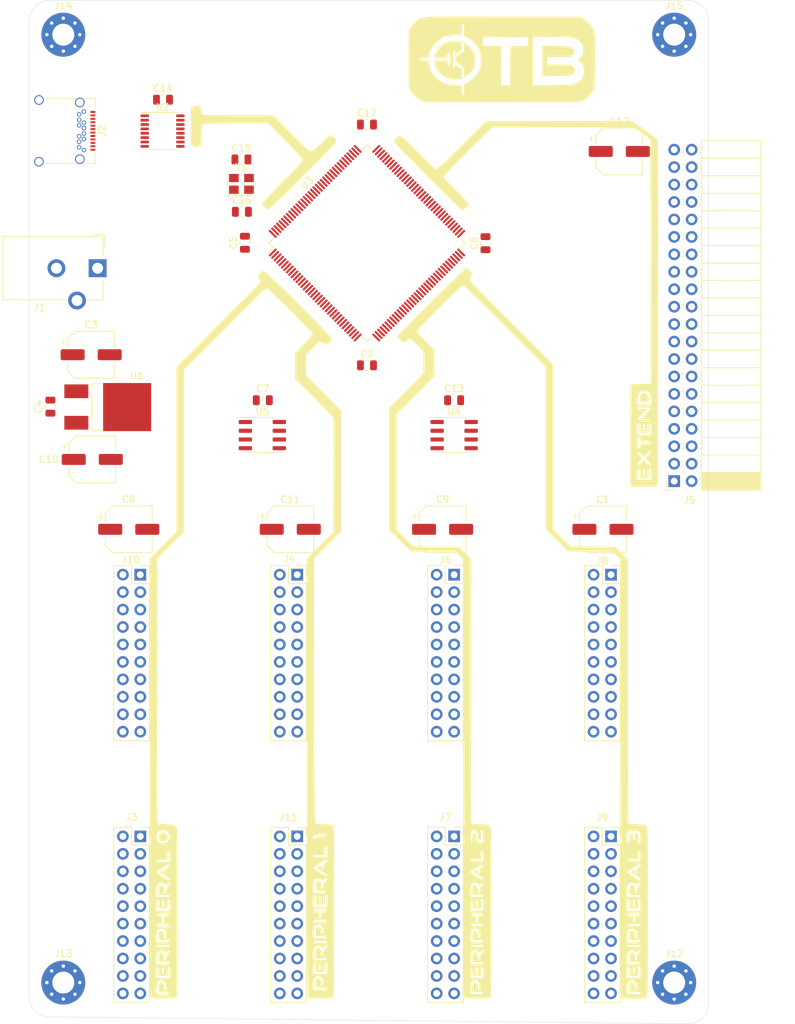
<source format=kicad_pcb>
(kicad_pcb (version 20171130) (host pcbnew "(5.1.8)-1")
  (layers (0 F.Cu signal) (31 B.Cu signal) (34 B.Paste user) (35 F.Paste user) (36 B.SilkS user) (37 F.SilkS user) (38 B.Mask user) (39 F.Mask user) (44 Edge.Cuts user))
  (net 0 "")
  (net 1 "Net-(C1-Pad1)")
  (net 2 "Net-(C1-Pad2)")
  (net 3 "Net-(C2-Pad1)")
  (net 4 "Net-(C2-Pad2)")
  (net 5 "Net-(C3-Pad2)")
  (net 6 "Net-(C3-Pad1)")
  (net 7 "Net-(C4-Pad2)")
  (net 8 "Net-(C4-Pad1)")
  (net 9 "Net-(C5-Pad2)")
  (net 10 "Net-(C5-Pad1)")
  (net 11 "Net-(C6-Pad2)")
  (net 12 "Net-(C6-Pad1)")
  (net 13 "Net-(C7-Pad1)")
  (net 14 "Net-(C7-Pad2)")
  (net 15 "Net-(C8-Pad1)")
  (net 16 "Net-(C8-Pad2)")
  (net 17 "Net-(C9-Pad2)")
  (net 18 "Net-(C9-Pad1)")
  (net 19 "Net-(C10-Pad1)")
  (net 20 "Net-(C10-Pad2)")
  (net 21 "Net-(C11-Pad1)")
  (net 22 "Net-(C11-Pad2)")
  (net 23 "Net-(C12-Pad2)")
  (net 24 "Net-(C12-Pad1)")
  (net 25 "Net-(C13-Pad1)")
  (net 26 "Net-(C13-Pad2)")
  (net 27 "Net-(C14-Pad1)")
  (net 28 "Net-(C14-Pad2)")
  (net 29 "Net-(C15-Pad2)")
  (net 30 "Net-(C15-Pad1)")
  (net 31 "Net-(C16-Pad1)")
  (net 32 "Net-(C16-Pad2)")
  (net 33 "Net-(C17-Pad2)")
  (net 34 "Net-(C17-Pad1)")
  (net 35 "Net-(J1-Pad1)")
  (net 36 "Net-(J1-Pad2)")
  (net 37 "Net-(J2-PadS1)")
  (net 38 "Net-(J2-PadA1)")
  (net 39 "Net-(J2-PadA2)")
  (net 40 "Net-(J2-PadA3)")
  (net 41 "Net-(J2-PadA4)")
  (net 42 "Net-(J2-PadA5)")
  (net 43 "Net-(J2-PadA6)")
  (net 44 "Net-(J2-PadA7)")
  (net 45 "Net-(J2-PadA10)")
  (net 46 "Net-(J2-PadA8)")
  (net 47 "Net-(J2-PadA11)")
  (net 48 "Net-(J2-PadB6)")
  (net 49 "Net-(J2-PadB7)")
  (net 50 "Net-(J2-PadB2)")
  (net 51 "Net-(J2-PadB3)")
  (net 52 "Net-(J2-PadB5)")
  (net 53 "Net-(J2-PadB8)")
  (net 54 "Net-(J2-PadB10)")
  (net 55 "Net-(J2-PadB11)")
  (net 56 "Net-(J3-Pad1)")
  (net 57 "Net-(J3-Pad2)")
  (net 58 "Net-(J3-Pad3)")
  (net 59 "Net-(J3-Pad4)")
  (net 60 "Net-(J3-Pad5)")
  (net 61 "Net-(J3-Pad6)")
  (net 62 "Net-(J3-Pad7)")
  (net 63 "Net-(J3-Pad8)")
  (net 64 "Net-(J3-Pad9)")
  (net 65 "Net-(J3-Pad10)")
  (net 66 "Net-(J3-Pad11)")
  (net 67 "Net-(J3-Pad12)")
  (net 68 "Net-(J3-Pad13)")
  (net 69 "Net-(J3-Pad14)")
  (net 70 "Net-(J3-Pad15)")
  (net 71 "Net-(J3-Pad16)")
  (net 72 "Net-(J3-Pad17)")
  (net 73 "Net-(J3-Pad18)")
  (net 74 "Net-(J3-Pad19)")
  (net 75 "Net-(J3-Pad20)")
  (net 76 "Net-(J4-Pad20)")
  (net 77 "Net-(J4-Pad19)")
  (net 78 "Net-(J4-Pad18)")
  (net 79 "Net-(J4-Pad17)")
  (net 80 "Net-(J4-Pad16)")
  (net 81 "Net-(J4-Pad15)")
  (net 82 "Net-(J4-Pad14)")
  (net 83 "Net-(J4-Pad13)")
  (net 84 "Net-(J4-Pad12)")
  (net 85 "Net-(J4-Pad11)")
  (net 86 "Net-(J4-Pad10)")
  (net 87 "Net-(J4-Pad9)")
  (net 88 "Net-(J4-Pad8)")
  (net 89 "Net-(J4-Pad7)")
  (net 90 "Net-(J4-Pad6)")
  (net 91 "Net-(J4-Pad5)")
  (net 92 "Net-(J4-Pad4)")
  (net 93 "Net-(J4-Pad3)")
  (net 94 "Net-(J4-Pad2)")
  (net 95 "Net-(J4-Pad1)")
  (net 96 "Net-(J5-Pad1)")
  (net 97 "Net-(J5-Pad2)")
  (net 98 "Net-(J5-Pad3)")
  (net 99 "Net-(J5-Pad4)")
  (net 100 "Net-(J5-Pad5)")
  (net 101 "Net-(J5-Pad6)")
  (net 102 "Net-(J5-Pad7)")
  (net 103 "Net-(J5-Pad8)")
  (net 104 "Net-(J5-Pad9)")
  (net 105 "Net-(J5-Pad10)")
  (net 106 "Net-(J5-Pad11)")
  (net 107 "Net-(J5-Pad12)")
  (net 108 "Net-(J5-Pad13)")
  (net 109 "Net-(J5-Pad14)")
  (net 110 "Net-(J5-Pad15)")
  (net 111 "Net-(J5-Pad16)")
  (net 112 "Net-(J5-Pad17)")
  (net 113 "Net-(J5-Pad18)")
  (net 114 "Net-(J5-Pad19)")
  (net 115 "Net-(J5-Pad20)")
  (net 116 "Net-(J5-Pad21)")
  (net 117 "Net-(J5-Pad22)")
  (net 118 "Net-(J5-Pad23)")
  (net 119 "Net-(J5-Pad24)")
  (net 120 "Net-(J5-Pad25)")
  (net 121 "Net-(J5-Pad26)")
  (net 122 "Net-(J5-Pad27)")
  (net 123 "Net-(J5-Pad28)")
  (net 124 "Net-(J5-Pad29)")
  (net 125 "Net-(J5-Pad30)")
  (net 126 "Net-(J5-Pad31)")
  (net 127 "Net-(J5-Pad32)")
  (net 128 "Net-(J5-Pad33)")
  (net 129 "Net-(J5-Pad34)")
  (net 130 "Net-(J5-Pad35)")
  (net 131 "Net-(J5-Pad36)")
  (net 132 "Net-(J5-Pad37)")
  (net 133 "Net-(J5-Pad38)")
  (net 134 "Net-(J5-Pad39)")
  (net 135 "Net-(J5-Pad40)")
  (net 136 "Net-(J6-Pad1)")
  (net 137 "Net-(J6-Pad2)")
  (net 138 "Net-(J6-Pad3)")
  (net 139 "Net-(J6-Pad4)")
  (net 140 "Net-(J6-Pad5)")
  (net 141 "Net-(J6-Pad6)")
  (net 142 "Net-(J6-Pad7)")
  (net 143 "Net-(J6-Pad8)")
  (net 144 "Net-(J6-Pad9)")
  (net 145 "Net-(J6-Pad10)")
  (net 146 "Net-(J6-Pad11)")
  (net 147 "Net-(J6-Pad12)")
  (net 148 "Net-(J6-Pad13)")
  (net 149 "Net-(J6-Pad14)")
  (net 150 "Net-(J6-Pad15)")
  (net 151 "Net-(J6-Pad16)")
  (net 152 "Net-(J6-Pad17)")
  (net 153 "Net-(J6-Pad18)")
  (net 154 "Net-(J6-Pad19)")
  (net 155 "Net-(J6-Pad20)")
  (net 156 "Net-(J7-Pad20)")
  (net 157 "Net-(J7-Pad19)")
  (net 158 "Net-(J7-Pad18)")
  (net 159 "Net-(J7-Pad17)")
  (net 160 "Net-(J7-Pad16)")
  (net 161 "Net-(J7-Pad15)")
  (net 162 "Net-(J7-Pad14)")
  (net 163 "Net-(J7-Pad13)")
  (net 164 "Net-(J7-Pad12)")
  (net 165 "Net-(J7-Pad11)")
  (net 166 "Net-(J7-Pad10)")
  (net 167 "Net-(J7-Pad9)")
  (net 168 "Net-(J7-Pad8)")
  (net 169 "Net-(J7-Pad7)")
  (net 170 "Net-(J7-Pad6)")
  (net 171 "Net-(J7-Pad5)")
  (net 172 "Net-(J7-Pad4)")
  (net 173 "Net-(J7-Pad3)")
  (net 174 "Net-(J7-Pad2)")
  (net 175 "Net-(J7-Pad1)")
  (net 176 "Net-(J8-Pad1)")
  (net 177 "Net-(J8-Pad2)")
  (net 178 "Net-(J8-Pad3)")
  (net 179 "Net-(J8-Pad4)")
  (net 180 "Net-(J8-Pad5)")
  (net 181 "Net-(J8-Pad6)")
  (net 182 "Net-(J8-Pad7)")
  (net 183 "Net-(J8-Pad8)")
  (net 184 "Net-(J8-Pad9)")
  (net 185 "Net-(J8-Pad10)")
  (net 186 "Net-(J8-Pad11)")
  (net 187 "Net-(J8-Pad12)")
  (net 188 "Net-(J8-Pad13)")
  (net 189 "Net-(J8-Pad14)")
  (net 190 "Net-(J8-Pad15)")
  (net 191 "Net-(J8-Pad16)")
  (net 192 "Net-(J8-Pad17)")
  (net 193 "Net-(J8-Pad18)")
  (net 194 "Net-(J8-Pad19)")
  (net 195 "Net-(J8-Pad20)")
  (net 196 "Net-(J9-Pad20)")
  (net 197 "Net-(J9-Pad19)")
  (net 198 "Net-(J9-Pad18)")
  (net 199 "Net-(J9-Pad17)")
  (net 200 "Net-(J9-Pad16)")
  (net 201 "Net-(J9-Pad15)")
  (net 202 "Net-(J9-Pad14)")
  (net 203 "Net-(J9-Pad13)")
  (net 204 "Net-(J9-Pad12)")
  (net 205 "Net-(J9-Pad11)")
  (net 206 "Net-(J9-Pad10)")
  (net 207 "Net-(J9-Pad9)")
  (net 208 "Net-(J9-Pad8)")
  (net 209 "Net-(J9-Pad7)")
  (net 210 "Net-(J9-Pad6)")
  (net 211 "Net-(J9-Pad5)")
  (net 212 "Net-(J9-Pad4)")
  (net 213 "Net-(J9-Pad3)")
  (net 214 "Net-(J9-Pad2)")
  (net 215 "Net-(J9-Pad1)")
  (net 216 "Net-(J10-Pad1)")
  (net 217 "Net-(J10-Pad2)")
  (net 218 "Net-(J10-Pad3)")
  (net 219 "Net-(J10-Pad4)")
  (net 220 "Net-(J10-Pad5)")
  (net 221 "Net-(J10-Pad6)")
  (net 222 "Net-(J10-Pad7)")
  (net 223 "Net-(J10-Pad8)")
  (net 224 "Net-(J10-Pad9)")
  (net 225 "Net-(J10-Pad10)")
  (net 226 "Net-(J10-Pad11)")
  (net 227 "Net-(J10-Pad12)")
  (net 228 "Net-(J10-Pad13)")
  (net 229 "Net-(J10-Pad14)")
  (net 230 "Net-(J10-Pad15)")
  (net 231 "Net-(J10-Pad16)")
  (net 232 "Net-(J10-Pad17)")
  (net 233 "Net-(J10-Pad18)")
  (net 234 "Net-(J10-Pad19)")
  (net 235 "Net-(J10-Pad20)")
  (net 236 "Net-(J11-Pad20)")
  (net 237 "Net-(J11-Pad19)")
  (net 238 "Net-(J11-Pad18)")
  (net 239 "Net-(J11-Pad17)")
  (net 240 "Net-(J11-Pad16)")
  (net 241 "Net-(J11-Pad15)")
  (net 242 "Net-(J11-Pad14)")
  (net 243 "Net-(J11-Pad13)")
  (net 244 "Net-(J11-Pad12)")
  (net 245 "Net-(J11-Pad11)")
  (net 246 "Net-(J11-Pad10)")
  (net 247 "Net-(J11-Pad9)")
  (net 248 "Net-(J11-Pad8)")
  (net 249 "Net-(J11-Pad7)")
  (net 250 "Net-(J11-Pad6)")
  (net 251 "Net-(J11-Pad5)")
  (net 252 "Net-(J11-Pad4)")
  (net 253 "Net-(J11-Pad3)")
  (net 254 "Net-(J11-Pad2)")
  (net 255 "Net-(J11-Pad1)")
  (net 256 "Net-(U1-Pad1)")
  (net 257 "Net-(U1-Pad2)")
  (net 258 "Net-(U2-Pad1)")
  (net 259 "Net-(U2-Pad2)")
  (net 260 "Net-(U2-Pad3)")
  (net 261 "Net-(U2-Pad4)")
  (net 262 "Net-(U2-Pad5)")
  (net 263 "Net-(U2-Pad6)")
  (net 264 "Net-(U2-Pad7)")
  (net 265 "Net-(U2-Pad8)")
  (net 266 "Net-(U2-Pad9)")
  (net 267 "Net-(U2-Pad10)")
  (net 268 "Net-(U2-Pad11)")
  (net 269 "Net-(U2-Pad12)")
  (net 270 "Net-(U2-Pad13)")
  (net 271 "Net-(U2-Pad14)")
  (net 272 "Net-(U2-Pad15)")
  (net 273 "Net-(U2-Pad16)")
  (net 274 "Net-(U3-Pad1)")
  (net 275 "Net-(U3-Pad2)")
  (net 276 "Net-(U3-Pad3)")
  (net 277 "Net-(U3-Pad4)")
  (net 278 "Net-(U3-Pad5)")
  (net 279 "Net-(U3-Pad6)")
  (net 280 "Net-(U3-Pad7)")
  (net 281 "Net-(U3-Pad8)")
  (net 282 "Net-(U3-Pad9)")
  (net 283 "Net-(U3-Pad10)")
  (net 284 "Net-(U3-Pad11)")
  (net 285 "Net-(U3-Pad12)")
  (net 286 "Net-(U3-Pad13)")
  (net 287 "Net-(U3-Pad14)")
  (net 288 "Net-(U3-Pad15)")
  (net 289 "Net-(U3-Pad16)")
  (net 290 "Net-(U3-Pad17)")
  (net 291 "Net-(U3-Pad18)")
  (net 292 "Net-(U3-Pad19)")
  (net 293 "Net-(U3-Pad20)")
  (net 294 "Net-(U3-Pad21)")
  (net 295 "Net-(U3-Pad22)")
  (net 296 "Net-(U3-Pad23)")
  (net 297 "Net-(U3-Pad24)")
  (net 298 "Net-(U3-Pad25)")
  (net 299 "Net-(U3-Pad26)")
  (net 300 "Net-(U3-Pad27)")
  (net 301 "Net-(U3-Pad28)")
  (net 302 "Net-(U3-Pad29)")
  (net 303 "Net-(U3-Pad30)")
  (net 304 "Net-(U3-Pad31)")
  (net 305 "Net-(U3-Pad32)")
  (net 306 "Net-(U3-Pad33)")
  (net 307 "Net-(U3-Pad34)")
  (net 308 "Net-(U3-Pad35)")
  (net 309 "Net-(U3-Pad36)")
  (net 310 "Net-(U3-Pad37)")
  (net 311 "Net-(U3-Pad38)")
  (net 312 "Net-(U3-Pad39)")
  (net 313 "Net-(U3-Pad40)")
  (net 314 "Net-(U3-Pad41)")
  (net 315 "Net-(U3-Pad42)")
  (net 316 "Net-(U3-Pad43)")
  (net 317 "Net-(U3-Pad44)")
  (net 318 "Net-(U3-Pad45)")
  (net 319 "Net-(U3-Pad46)")
  (net 320 "Net-(U3-Pad47)")
  (net 321 "Net-(U3-Pad48)")
  (net 322 "Net-(U3-Pad49)")
  (net 323 "Net-(U3-Pad50)")
  (net 324 "Net-(U3-Pad51)")
  (net 325 "Net-(U3-Pad52)")
  (net 326 "Net-(U3-Pad53)")
  (net 327 "Net-(U3-Pad54)")
  (net 328 "Net-(U3-Pad55)")
  (net 329 "Net-(U3-Pad56)")
  (net 330 "Net-(U3-Pad57)")
  (net 331 "Net-(U3-Pad58)")
  (net 332 "Net-(U3-Pad59)")
  (net 333 "Net-(U3-Pad60)")
  (net 334 "Net-(U3-Pad61)")
  (net 335 "Net-(U3-Pad62)")
  (net 336 "Net-(U3-Pad63)")
  (net 337 "Net-(U3-Pad64)")
  (net 338 "Net-(U3-Pad65)")
  (net 339 "Net-(U3-Pad66)")
  (net 340 "Net-(U3-Pad67)")
  (net 341 "Net-(U3-Pad68)")
  (net 342 "Net-(U3-Pad69)")
  (net 343 "Net-(U3-Pad70)")
  (net 344 "Net-(U3-Pad71)")
  (net 345 "Net-(U3-Pad72)")
  (net 346 "Net-(U3-Pad73)")
  (net 347 "Net-(U3-Pad74)")
  (net 348 "Net-(U3-Pad75)")
  (net 349 "Net-(U3-Pad76)")
  (net 350 "Net-(U3-Pad77)")
  (net 351 "Net-(U3-Pad78)")
  (net 352 "Net-(U3-Pad79)")
  (net 353 "Net-(U3-Pad80)")
  (net 354 "Net-(U3-Pad81)")
  (net 355 "Net-(U3-Pad82)")
  (net 356 "Net-(U3-Pad83)")
  (net 357 "Net-(U3-Pad84)")
  (net 358 "Net-(U3-Pad85)")
  (net 359 "Net-(U3-Pad86)")
  (net 360 "Net-(U3-Pad87)")
  (net 361 "Net-(U3-Pad88)")
  (net 362 "Net-(U3-Pad89)")
  (net 363 "Net-(U3-Pad90)")
  (net 364 "Net-(U3-Pad91)")
  (net 365 "Net-(U3-Pad92)")
  (net 366 "Net-(U3-Pad93)")
  (net 367 "Net-(U3-Pad94)")
  (net 368 "Net-(U3-Pad95)")
  (net 369 "Net-(U3-Pad96)")
  (net 370 "Net-(U3-Pad97)")
  (net 371 "Net-(U3-Pad98)")
  (net 372 "Net-(U3-Pad99)")
  (net 373 "Net-(U3-Pad100)")
  (net 374 "Net-(U3-Pad101)")
  (net 375 "Net-(U3-Pad102)")
  (net 376 "Net-(U3-Pad103)")
  (net 377 "Net-(U3-Pad104)")
  (net 378 "Net-(U3-Pad105)")
  (net 379 "Net-(U3-Pad106)")
  (net 380 "Net-(U3-Pad107)")
  (net 381 "Net-(U3-Pad108)")
  (net 382 "Net-(U3-Pad109)")
  (net 383 "Net-(U3-Pad110)")
  (net 384 "Net-(U3-Pad111)")
  (net 385 "Net-(U3-Pad112)")
  (net 386 "Net-(U3-Pad113)")
  (net 387 "Net-(U3-Pad114)")
  (net 388 "Net-(U3-Pad115)")
  (net 389 "Net-(U3-Pad116)")
  (net 390 "Net-(U3-Pad117)")
  (net 391 "Net-(U3-Pad118)")
  (net 392 "Net-(U3-Pad119)")
  (net 393 "Net-(U3-Pad120)")
  (net 394 "Net-(U3-Pad121)")
  (net 395 "Net-(U3-Pad122)")
  (net 396 "Net-(U3-Pad123)")
  (net 397 "Net-(U3-Pad124)")
  (net 398 "Net-(U3-Pad125)")
  (net 399 "Net-(U3-Pad126)")
  (net 400 "Net-(U3-Pad127)")
  (net 401 "Net-(U3-Pad128)")
  (net 402 "Net-(U3-Pad129)")
  (net 403 "Net-(U3-Pad130)")
  (net 404 "Net-(U3-Pad131)")
  (net 405 "Net-(U3-Pad132)")
  (net 406 "Net-(U3-Pad133)")
  (net 407 "Net-(U3-Pad134)")
  (net 408 "Net-(U3-Pad135)")
  (net 409 "Net-(U3-Pad136)")
  (net 410 "Net-(U3-Pad137)")
  (net 411 "Net-(U3-Pad138)")
  (net 412 "Net-(U3-Pad139)")
  (net 413 "Net-(U3-Pad140)")
  (net 414 "Net-(U3-Pad141)")
  (net 415 "Net-(U3-Pad142)")
  (net 416 "Net-(U3-Pad143)")
  (net 417 "Net-(U3-Pad144)")
  (net 418 "Net-(U4-Pad8)")
  (net 419 "Net-(U4-Pad7)")
  (net 420 "Net-(U4-Pad6)")
  (net 421 "Net-(U4-Pad5)")
  (net 422 "Net-(U4-Pad4)")
  (net 423 "Net-(U4-Pad3)")
  (net 424 "Net-(U4-Pad2)")
  (net 425 "Net-(U4-Pad1)")
  (net 426 "Net-(U5-Pad1)")
  (net 427 "Net-(U5-Pad2)")
  (net 428 "Net-(U5-Pad3)")
  (net 429 "Net-(U5-Pad4)")
  (net 430 "Net-(U5-Pad5)")
  (net 431 "Net-(U5-Pad6)")
  (net 432 "Net-(U5-Pad7)")
  (net 433 "Net-(U5-Pad8)")
  (net 434 "Net-(Y1-Pad1)")
  (net 435 "Net-(Y1-Pad2)")
  (net 436 "Net-(J12-Pad1)")
  (net 437 "Net-(J13-Pad1)")
  (net 438 "Net-(J14-Pad1)")
  (net 439 "Net-(J15-Pad1)")
  (module MyLibKicad:silk (layer F.Cu) (at 115.57 92.837)
    (fp_text reference G*** hide)
    (fp_text value LOGO hide)
  )
  (module Capacitor_SMD:CP_Elec_6.3x3 (layer F.Cu) (at 144.62 96.012)
    (fp_text reference C1 (at 0 -4.35) (layer F.SilkS))
    (fp_text value CP1)
    (pad 1 smd roundrect (at -2.7 0) (size 3.5 1.6) (layers F.Cu F.Paste F.Mask) (roundrect_rratio 0.15625) (net 1 "Net-(C1-Pad1)"))
    (pad 2 smd roundrect (at 2.7 0) (size 3.5 1.6) (layers F.Cu F.Paste F.Mask) (roundrect_rratio 0.15625) (net 2 "Net-(C1-Pad2)"))
  )
  (module Capacitor_SMD:C_0805_2012Metric (layer F.Cu) (at 110.236 72.136)
    (fp_text reference C2 (at 0 -1.68) (layer F.SilkS))
    (fp_text value C)
    (pad 1 smd roundrect (at -0.95 0) (size 1 1.45) (layers F.Cu F.Paste F.Mask) (net 3 "Net-(C2-Pad1)"))
    (pad 2 smd roundrect (at 0.95 0) (size 1 1.45) (layers F.Cu F.Paste F.Mask) (net 4 "Net-(C2-Pad2)"))
  )
  (module Capacitor_SMD:CP_Elec_6.3x3 (layer F.Cu) (at 70.056 70.596)
    (fp_text reference C3 (at 0 -4.35) (layer F.SilkS))
    (fp_text value CP1)
    (pad 2 smd roundrect (at 2.7 0) (size 3.5 1.6) (layers F.Cu F.Paste F.Mask) (roundrect_rratio 0.15625) (net 5 "Net-(C3-Pad2)"))
    (pad 1 smd roundrect (at -2.7 0) (size 3.5 1.6) (layers F.Cu F.Paste F.Mask) (roundrect_rratio 0.15625) (net 6 "Net-(C3-Pad1)"))
  )
  (module Capacitor_SMD:C_0805_2012Metric (layer F.Cu) (at 64.12 78.15 90)
    (fp_text reference C4 (at 0 -1.68 90) (layer F.SilkS))
    (fp_text value C)
    (pad 2 smd roundrect (at 0.95 0 90) (size 1 1.45) (layers F.Cu F.Paste F.Mask) (net 7 "Net-(C4-Pad2)"))
    (pad 1 smd roundrect (at -0.95 0 90) (size 1 1.45) (layers F.Cu F.Paste F.Mask) (net 8 "Net-(C4-Pad1)"))
  )
  (module Capacitor_SMD:C_0805_2012Metric (layer F.Cu) (at 92.456 54.29 90)
    (fp_text reference C5 (at 0 -1.68 90) (layer F.SilkS))
    (fp_text value C)
    (pad 2 smd roundrect (at 0.95 0 90) (size 1 1.45) (layers F.Cu F.Paste F.Mask) (net 9 "Net-(C5-Pad2)"))
    (pad 1 smd roundrect (at -0.95 0 90) (size 1 1.45) (layers F.Cu F.Paste F.Mask) (net 10 "Net-(C5-Pad1)"))
  )
  (module Capacitor_SMD:C_0805_2012Metric (layer F.Cu) (at 127.508 54.356 90)
    (fp_text reference C6 (at 0 -1.68 90) (layer F.SilkS))
    (fp_text value C)
    (pad 2 smd roundrect (at 0.95 0 90) (size 1 1.45) (layers F.Cu F.Paste F.Mask) (net 11 "Net-(C6-Pad2)"))
    (pad 1 smd roundrect (at -0.95 0 90) (size 1 1.45) (layers F.Cu F.Paste F.Mask) (net 12 "Net-(C6-Pad1)"))
  )
  (module Capacitor_SMD:C_0805_2012Metric (layer F.Cu) (at 95.062 77.216)
    (fp_text reference C7 (at 0 -1.68) (layer F.SilkS))
    (fp_text value C)
    (pad 1 smd roundrect (at -0.95 0) (size 1 1.45) (layers F.Cu F.Paste F.Mask) (net 13 "Net-(C7-Pad1)"))
    (pad 2 smd roundrect (at 0.95 0) (size 1 1.45) (layers F.Cu F.Paste F.Mask) (net 14 "Net-(C7-Pad2)"))
  )
  (module Capacitor_SMD:CP_Elec_6.3x3 (layer F.Cu) (at 75.532 96.012)
    (fp_text reference C8 (at 0 -4.35) (layer F.SilkS))
    (fp_text value CP1)
    (pad 1 smd roundrect (at -2.7 0) (size 3.5 1.6) (layers F.Cu F.Paste F.Mask) (roundrect_rratio 0.15625) (net 15 "Net-(C8-Pad1)"))
    (pad 2 smd roundrect (at 2.7 0) (size 3.5 1.6) (layers F.Cu F.Paste F.Mask) (roundrect_rratio 0.15625) (net 16 "Net-(C8-Pad2)"))
  )
  (module Capacitor_SMD:CP_Elec_6.3x3 (layer F.Cu) (at 121.252 96.012)
    (fp_text reference C9 (at 0 -4.35) (layer F.SilkS))
    (fp_text value CP1)
    (pad 2 smd roundrect (at 2.7 0) (size 3.5 1.6) (layers F.Cu F.Paste F.Mask) (roundrect_rratio 0.15625) (net 17 "Net-(C9-Pad2)"))
    (pad 1 smd roundrect (at -2.7 0) (size 3.5 1.6) (layers F.Cu F.Paste F.Mask) (roundrect_rratio 0.15625) (net 18 "Net-(C9-Pad1)"))
  )
  (module Capacitor_SMD:CP_Elec_6.3x3 (layer F.Cu) (at 70.216 85.836)
    (fp_text reference C10 (at -6.335 0.016) (layer F.SilkS))
    (fp_text value CP1)
    (pad 1 smd roundrect (at -2.7 0) (size 3.5 1.6) (layers F.Cu F.Paste F.Mask) (roundrect_rratio 0.15625) (net 19 "Net-(C10-Pad1)"))
    (pad 2 smd roundrect (at 2.7 0) (size 3.5 1.6) (layers F.Cu F.Paste F.Mask) (roundrect_rratio 0.15625) (net 20 "Net-(C10-Pad2)"))
  )
  (module Capacitor_SMD:CP_Elec_6.3x3 (layer F.Cu) (at 99.06 96.012)
    (fp_text reference C11 (at 0 -4.35) (layer F.SilkS))
    (fp_text value CP1)
    (pad 1 smd roundrect (at -2.7 0) (size 3.5 1.6) (layers F.Cu F.Paste F.Mask) (roundrect_rratio 0.15625) (net 21 "Net-(C11-Pad1)"))
    (pad 2 smd roundrect (at 2.7 0) (size 3.5 1.6) (layers F.Cu F.Paste F.Mask) (roundrect_rratio 0.15625) (net 22 "Net-(C11-Pad2)"))
  )
  (module Capacitor_SMD:CP_Elec_6.3x3 (layer F.Cu) (at 147 41)
    (fp_text reference C12 (at 0 -4.35) (layer F.SilkS))
    (fp_text value CP1)
    (pad 2 smd roundrect (at 2.7 0) (size 3.5 1.6) (layers F.Cu F.Paste F.Mask) (roundrect_rratio 0.15625) (net 23 "Net-(C12-Pad2)"))
    (pad 1 smd roundrect (at -2.7 0) (size 3.5 1.6) (layers F.Cu F.Paste F.Mask) (roundrect_rratio 0.15625) (net 24 "Net-(C12-Pad1)"))
  )
  (module Capacitor_SMD:C_0805_2012Metric (layer F.Cu) (at 122.936 77.216)
    (fp_text reference C13 (at 0 -1.68) (layer F.SilkS))
    (fp_text value C)
    (pad 1 smd roundrect (at -0.95 0) (size 1 1.45) (layers F.Cu F.Paste F.Mask) (net 25 "Net-(C13-Pad1)"))
    (pad 2 smd roundrect (at 0.95 0) (size 1 1.45) (layers F.Cu F.Paste F.Mask) (net 26 "Net-(C13-Pad2)"))
  )
  (module Capacitor_SMD:C_0805_2012Metric (layer F.Cu) (at 80.522 33.464)
    (fp_text reference C14 (at 0 -1.68) (layer F.SilkS))
    (fp_text value C)
    (pad 1 smd roundrect (at -0.95 0) (size 1 1.45) (layers F.Cu F.Paste F.Mask) (net 27 "Net-(C14-Pad1)"))
    (pad 2 smd roundrect (at 0.95 0) (size 1 1.45) (layers F.Cu F.Paste F.Mask) (net 28 "Net-(C14-Pad2)"))
  )
  (module Capacitor_SMD:C_0805_2012Metric (layer F.Cu) (at 91.948 42.164)
    (fp_text reference C15 (at 0 -1.68) (layer F.SilkS))
    (fp_text value C)
    (pad 2 smd roundrect (at 0.95 0) (size 1 1.45) (layers F.Cu F.Paste F.Mask) (net 29 "Net-(C15-Pad2)"))
    (pad 1 smd roundrect (at -0.95 0) (size 1 1.45) (layers F.Cu F.Paste F.Mask) (net 30 "Net-(C15-Pad1)"))
  )
  (module Capacitor_SMD:C_0805_2012Metric (layer F.Cu) (at 92.014 49.784)
    (fp_text reference C16 (at 0 -1.68) (layer F.SilkS))
    (fp_text value C)
    (pad 1 smd roundrect (at -0.95 0) (size 1 1.45) (layers F.Cu F.Paste F.Mask) (net 31 "Net-(C16-Pad1)"))
    (pad 2 smd roundrect (at 0.95 0) (size 1 1.45) (layers F.Cu F.Paste F.Mask) (net 32 "Net-(C16-Pad2)"))
  )
  (module Capacitor_SMD:C_0805_2012Metric (layer F.Cu) (at 110.236 37.084)
    (fp_text reference C17 (at 0 -1.68) (layer F.SilkS))
    (fp_text value C)
    (pad 2 smd roundrect (at 0.95 0) (size 1 1.45) (layers F.Cu F.Paste F.Mask) (net 33 "Net-(C17-Pad2)"))
    (pad 1 smd roundrect (at -0.95 0) (size 1 1.45) (layers F.Cu F.Paste F.Mask) (net 34 "Net-(C17-Pad1)"))
  )
  (module Connector_BarrelJack:BarrelJack_CUI_PJ-102AH_Horizontal (layer F.Cu) (at 71 58 270)
    (fp_text reference J1 (at 5.75 8.45) (layer F.SilkS))
    (fp_text value Jack-DC)
    (pad 1 thru_hole rect (at 0 0 270) (size 2.6 2.6) (drill 1.6) (layers *.Cu *.Mask) (net 35 "Net-(J1-Pad1)"))
    (pad 2 thru_hole circle (at 0 6 270) (size 2.6 2.6) (drill 1.6) (layers *.Cu *.Mask) (net 36 "Net-(J1-Pad2)"))
    (pad 3 thru_hole circle (at 4.7 3 270) (size 2.6 2.6) (drill 1.6) (layers *.Cu *.Mask))
  )
  (module Connector_USB:USB_C_Receptacle_Amphenol_12401548E4-2A_CircularHoles (layer F.Cu) (at 65.29 38 270)
    (fp_text reference J2 (at 0 -6.36 90) (layer F.SilkS))
    (fp_text value USB_C_Receptacle)
    (pad S1 thru_hole circle (at -4.13 -3.11 270) (size 1.4 1.4) (drill 1.1) (layers *.Cu *.Mask) (net 37 "Net-(J2-PadS1)"))
    (pad A1 smd rect (at -2.75 -5.02 270) (size 0.3 0.7) (layers F.Cu F.Paste F.Mask) (net 38 "Net-(J2-PadA1)"))
    (pad A2 smd rect (at -2.25 -5.02 270) (size 0.3 0.7) (layers F.Cu F.Paste F.Mask) (net 39 "Net-(J2-PadA2)"))
    (pad A3 smd rect (at -1.75 -5.02 270) (size 0.3 0.7) (layers F.Cu F.Paste F.Mask) (net 40 "Net-(J2-PadA3)"))
    (pad A4 smd rect (at -1.25 -5.02 270) (size 0.3 0.7) (layers F.Cu F.Paste F.Mask) (net 41 "Net-(J2-PadA4)"))
    (pad A5 smd rect (at -0.75 -5.02 270) (size 0.3 0.7) (layers F.Cu F.Paste F.Mask) (net 42 "Net-(J2-PadA5)"))
    (pad A6 smd rect (at -0.25 -5.02 270) (size 0.3 0.7) (layers F.Cu F.Paste F.Mask) (net 43 "Net-(J2-PadA6)"))
    (pad A7 smd rect (at 0.25 -5.02 270) (size 0.3 0.7) (layers F.Cu F.Paste F.Mask) (net 44 "Net-(J2-PadA7)"))
    (pad A12 smd rect (at 2.75 -5.02 270) (size 0.3 0.7) (layers F.Cu F.Paste F.Mask) (net 38 "Net-(J2-PadA1)"))
    (pad A10 smd rect (at 1.75 -5.02 270) (size 0.3 0.7) (layers F.Cu F.Paste F.Mask) (net 45 "Net-(J2-PadA10)"))
    (pad A9 smd rect (at 1.25 -5.02 270) (size 0.3 0.7) (layers F.Cu F.Paste F.Mask) (net 41 "Net-(J2-PadA4)"))
    (pad A8 smd rect (at 0.75 -5.02 270) (size 0.3 0.7) (layers F.Cu F.Paste F.Mask) (net 46 "Net-(J2-PadA8)"))
    (pad A11 smd rect (at 2.25 -5.02 270) (size 0.3 0.7) (layers F.Cu F.Paste F.Mask) (net 47 "Net-(J2-PadA11)"))
    (pad S1 thru_hole circle (at 4.13 -3.11 270) (size 1.4 1.4) (drill 1.1) (layers *.Cu *.Mask) (net 37 "Net-(J2-PadS1)"))
    (pad S1 thru_hole circle (at 4.49 2.84 270) (size 1.4 1.4) (drill 1.1) (layers *.Cu *.Mask) (net 37 "Net-(J2-PadS1)"))
    (pad S1 thru_hole circle (at -4.49 2.84 270) (size 1.4 1.4) (drill 1.1) (layers *.Cu *.Mask) (net 37 "Net-(J2-PadS1)"))
    (pad "" np_thru_hole circle (at 3.6 -4.36 270) (size 0.95 0.95) (drill 0.95) (layers *.Cu *.Mask))
    (pad "" np_thru_hole circle (at -3.6 -4.36 270) (size 0.65 0.65) (drill 0.65) (layers *.Cu *.Mask))
    (pad B1 thru_hole circle (at 2.8 -3.71 270) (size 0.65 0.65) (drill 0.4) (layers *.Cu *.Mask) (net 38 "Net-(J2-PadA1)"))
    (pad B4 thru_hole circle (at 1.2 -3.71 270) (size 0.65 0.65) (drill 0.4) (layers *.Cu *.Mask) (net 41 "Net-(J2-PadA4)"))
    (pad B6 thru_hole circle (at 0.4 -3.71 270) (size 0.65 0.65) (drill 0.4) (layers *.Cu *.Mask) (net 48 "Net-(J2-PadB6)"))
    (pad B7 thru_hole circle (at -0.4 -3.71 270) (size 0.65 0.65) (drill 0.4) (layers *.Cu *.Mask) (net 49 "Net-(J2-PadB7)"))
    (pad B9 thru_hole circle (at -1.2 -3.71 270) (size 0.65 0.65) (drill 0.4) (layers *.Cu *.Mask) (net 41 "Net-(J2-PadA4)"))
    (pad B12 thru_hole circle (at -2.8 -3.71 270) (size 0.65 0.65) (drill 0.4) (layers *.Cu *.Mask) (net 38 "Net-(J2-PadA1)"))
    (pad B2 thru_hole circle (at 2.4 -3.01 270) (size 0.65 0.65) (drill 0.4) (layers *.Cu *.Mask) (net 50 "Net-(J2-PadB2)"))
    (pad B3 thru_hole circle (at 1.6 -3.01 270) (size 0.65 0.65) (drill 0.4) (layers *.Cu *.Mask) (net 51 "Net-(J2-PadB3)"))
    (pad B5 thru_hole circle (at 0.8 -3.01 270) (size 0.65 0.65) (drill 0.4) (layers *.Cu *.Mask) (net 52 "Net-(J2-PadB5)"))
    (pad B8 thru_hole circle (at -0.8 -3.01 270) (size 0.65 0.65) (drill 0.4) (layers *.Cu *.Mask) (net 53 "Net-(J2-PadB8)"))
    (pad B10 thru_hole circle (at -1.6 -3.01 270) (size 0.65 0.65) (drill 0.4) (layers *.Cu *.Mask) (net 54 "Net-(J2-PadB10)"))
    (pad B11 thru_hole circle (at -2.4 -3.01 270) (size 0.65 0.65) (drill 0.4) (layers *.Cu *.Mask) (net 55 "Net-(J2-PadB11)"))
  )
  (module Connector_PinSocket_2.54mm:PinSocket_2x10_P2.54mm_Vertical (layer F.Cu) (at 77.216 140.716)
    (fp_text reference J3 (at -1.27 -2.77) (layer F.SilkS))
    (fp_text value Conn_02x10_Counter_Clockwise)
    (pad 1 thru_hole rect (at 0 0) (size 1.7 1.7) (drill 1) (layers *.Cu *.Mask) (net 56 "Net-(J3-Pad1)"))
    (pad 2 thru_hole oval (at -2.54 0) (size 1.7 1.7) (drill 1) (layers *.Cu *.Mask) (net 57 "Net-(J3-Pad2)"))
    (pad 3 thru_hole oval (at 0 2.54) (size 1.7 1.7) (drill 1) (layers *.Cu *.Mask) (net 58 "Net-(J3-Pad3)"))
    (pad 4 thru_hole oval (at -2.54 2.54) (size 1.7 1.7) (drill 1) (layers *.Cu *.Mask) (net 59 "Net-(J3-Pad4)"))
    (pad 5 thru_hole oval (at 0 5.08) (size 1.7 1.7) (drill 1) (layers *.Cu *.Mask) (net 60 "Net-(J3-Pad5)"))
    (pad 6 thru_hole oval (at -2.54 5.08) (size 1.7 1.7) (drill 1) (layers *.Cu *.Mask) (net 61 "Net-(J3-Pad6)"))
    (pad 7 thru_hole oval (at 0 7.62) (size 1.7 1.7) (drill 1) (layers *.Cu *.Mask) (net 62 "Net-(J3-Pad7)"))
    (pad 8 thru_hole oval (at -2.54 7.62) (size 1.7 1.7) (drill 1) (layers *.Cu *.Mask) (net 63 "Net-(J3-Pad8)"))
    (pad 9 thru_hole oval (at 0 10.16) (size 1.7 1.7) (drill 1) (layers *.Cu *.Mask) (net 64 "Net-(J3-Pad9)"))
    (pad 10 thru_hole oval (at -2.54 10.16) (size 1.7 1.7) (drill 1) (layers *.Cu *.Mask) (net 65 "Net-(J3-Pad10)"))
    (pad 11 thru_hole oval (at 0 12.7) (size 1.7 1.7) (drill 1) (layers *.Cu *.Mask) (net 66 "Net-(J3-Pad11)"))
    (pad 12 thru_hole oval (at -2.54 12.7) (size 1.7 1.7) (drill 1) (layers *.Cu *.Mask) (net 67 "Net-(J3-Pad12)"))
    (pad 13 thru_hole oval (at 0 15.24) (size 1.7 1.7) (drill 1) (layers *.Cu *.Mask) (net 68 "Net-(J3-Pad13)"))
    (pad 14 thru_hole oval (at -2.54 15.24) (size 1.7 1.7) (drill 1) (layers *.Cu *.Mask) (net 69 "Net-(J3-Pad14)"))
    (pad 15 thru_hole oval (at 0 17.78) (size 1.7 1.7) (drill 1) (layers *.Cu *.Mask) (net 70 "Net-(J3-Pad15)"))
    (pad 16 thru_hole oval (at -2.54 17.78) (size 1.7 1.7) (drill 1) (layers *.Cu *.Mask) (net 71 "Net-(J3-Pad16)"))
    (pad 17 thru_hole oval (at 0 20.32) (size 1.7 1.7) (drill 1) (layers *.Cu *.Mask) (net 72 "Net-(J3-Pad17)"))
    (pad 18 thru_hole oval (at -2.54 20.32) (size 1.7 1.7) (drill 1) (layers *.Cu *.Mask) (net 73 "Net-(J3-Pad18)"))
    (pad 19 thru_hole oval (at 0 22.86) (size 1.7 1.7) (drill 1) (layers *.Cu *.Mask) (net 74 "Net-(J3-Pad19)"))
    (pad 20 thru_hole oval (at -2.54 22.86) (size 1.7 1.7) (drill 1) (layers *.Cu *.Mask) (net 75 "Net-(J3-Pad20)"))
  )
  (module Connector_PinSocket_2.54mm:PinSocket_2x10_P2.54mm_Vertical (layer F.Cu) (at 100.076 102.616)
    (fp_text reference J4 (at -1.143 -2.286) (layer F.SilkS))
    (fp_text value Conn_02x10_Counter_Clockwise)
    (pad 20 thru_hole oval (at -2.54 22.86) (size 1.7 1.7) (drill 1) (layers *.Cu *.Mask) (net 76 "Net-(J4-Pad20)"))
    (pad 19 thru_hole oval (at 0 22.86) (size 1.7 1.7) (drill 1) (layers *.Cu *.Mask) (net 77 "Net-(J4-Pad19)"))
    (pad 18 thru_hole oval (at -2.54 20.32) (size 1.7 1.7) (drill 1) (layers *.Cu *.Mask) (net 78 "Net-(J4-Pad18)"))
    (pad 17 thru_hole oval (at 0 20.32) (size 1.7 1.7) (drill 1) (layers *.Cu *.Mask) (net 79 "Net-(J4-Pad17)"))
    (pad 16 thru_hole oval (at -2.54 17.78) (size 1.7 1.7) (drill 1) (layers *.Cu *.Mask) (net 80 "Net-(J4-Pad16)"))
    (pad 15 thru_hole oval (at 0 17.78) (size 1.7 1.7) (drill 1) (layers *.Cu *.Mask) (net 81 "Net-(J4-Pad15)"))
    (pad 14 thru_hole oval (at -2.54 15.24) (size 1.7 1.7) (drill 1) (layers *.Cu *.Mask) (net 82 "Net-(J4-Pad14)"))
    (pad 13 thru_hole oval (at 0 15.24) (size 1.7 1.7) (drill 1) (layers *.Cu *.Mask) (net 83 "Net-(J4-Pad13)"))
    (pad 12 thru_hole oval (at -2.54 12.7) (size 1.7 1.7) (drill 1) (layers *.Cu *.Mask) (net 84 "Net-(J4-Pad12)"))
    (pad 11 thru_hole oval (at 0 12.7) (size 1.7 1.7) (drill 1) (layers *.Cu *.Mask) (net 85 "Net-(J4-Pad11)"))
    (pad 10 thru_hole oval (at -2.54 10.16) (size 1.7 1.7) (drill 1) (layers *.Cu *.Mask) (net 86 "Net-(J4-Pad10)"))
    (pad 9 thru_hole oval (at 0 10.16) (size 1.7 1.7) (drill 1) (layers *.Cu *.Mask) (net 87 "Net-(J4-Pad9)"))
    (pad 8 thru_hole oval (at -2.54 7.62) (size 1.7 1.7) (drill 1) (layers *.Cu *.Mask) (net 88 "Net-(J4-Pad8)"))
    (pad 7 thru_hole oval (at 0 7.62) (size 1.7 1.7) (drill 1) (layers *.Cu *.Mask) (net 89 "Net-(J4-Pad7)"))
    (pad 6 thru_hole oval (at -2.54 5.08) (size 1.7 1.7) (drill 1) (layers *.Cu *.Mask) (net 90 "Net-(J4-Pad6)"))
    (pad 5 thru_hole oval (at 0 5.08) (size 1.7 1.7) (drill 1) (layers *.Cu *.Mask) (net 91 "Net-(J4-Pad5)"))
    (pad 4 thru_hole oval (at -2.54 2.54) (size 1.7 1.7) (drill 1) (layers *.Cu *.Mask) (net 92 "Net-(J4-Pad4)"))
    (pad 3 thru_hole oval (at 0 2.54) (size 1.7 1.7) (drill 1) (layers *.Cu *.Mask) (net 93 "Net-(J4-Pad3)"))
    (pad 2 thru_hole oval (at -2.54 0) (size 1.7 1.7) (drill 1) (layers *.Cu *.Mask) (net 94 "Net-(J4-Pad2)"))
    (pad 1 thru_hole rect (at 0 0) (size 1.7 1.7) (drill 1) (layers *.Cu *.Mask) (net 95 "Net-(J4-Pad1)"))
  )
  (module Connector_PinSocket_2.54mm:PinSocket_2x10_P2.54mm_Vertical (layer F.Cu) (at 122.936 102.616)
    (fp_text reference J6 (at -1.27 -2.159) (layer F.SilkS))
    (fp_text value Conn_02x10_Counter_Clockwise)
    (pad 1 thru_hole rect (at 0 0) (size 1.7 1.7) (drill 1) (layers *.Cu *.Mask) (net 136 "Net-(J6-Pad1)"))
    (pad 2 thru_hole oval (at -2.54 0) (size 1.7 1.7) (drill 1) (layers *.Cu *.Mask) (net 137 "Net-(J6-Pad2)"))
    (pad 3 thru_hole oval (at 0 2.54) (size 1.7 1.7) (drill 1) (layers *.Cu *.Mask) (net 138 "Net-(J6-Pad3)"))
    (pad 4 thru_hole oval (at -2.54 2.54) (size 1.7 1.7) (drill 1) (layers *.Cu *.Mask) (net 139 "Net-(J6-Pad4)"))
    (pad 5 thru_hole oval (at 0 5.08) (size 1.7 1.7) (drill 1) (layers *.Cu *.Mask) (net 140 "Net-(J6-Pad5)"))
    (pad 6 thru_hole oval (at -2.54 5.08) (size 1.7 1.7) (drill 1) (layers *.Cu *.Mask) (net 141 "Net-(J6-Pad6)"))
    (pad 7 thru_hole oval (at 0 7.62) (size 1.7 1.7) (drill 1) (layers *.Cu *.Mask) (net 142 "Net-(J6-Pad7)"))
    (pad 8 thru_hole oval (at -2.54 7.62) (size 1.7 1.7) (drill 1) (layers *.Cu *.Mask) (net 143 "Net-(J6-Pad8)"))
    (pad 9 thru_hole oval (at 0 10.16) (size 1.7 1.7) (drill 1) (layers *.Cu *.Mask) (net 144 "Net-(J6-Pad9)"))
    (pad 10 thru_hole oval (at -2.54 10.16) (size 1.7 1.7) (drill 1) (layers *.Cu *.Mask) (net 145 "Net-(J6-Pad10)"))
    (pad 11 thru_hole oval (at 0 12.7) (size 1.7 1.7) (drill 1) (layers *.Cu *.Mask) (net 146 "Net-(J6-Pad11)"))
    (pad 12 thru_hole oval (at -2.54 12.7) (size 1.7 1.7) (drill 1) (layers *.Cu *.Mask) (net 147 "Net-(J6-Pad12)"))
    (pad 13 thru_hole oval (at 0 15.24) (size 1.7 1.7) (drill 1) (layers *.Cu *.Mask) (net 148 "Net-(J6-Pad13)"))
    (pad 14 thru_hole oval (at -2.54 15.24) (size 1.7 1.7) (drill 1) (layers *.Cu *.Mask) (net 149 "Net-(J6-Pad14)"))
    (pad 15 thru_hole oval (at 0 17.78) (size 1.7 1.7) (drill 1) (layers *.Cu *.Mask) (net 150 "Net-(J6-Pad15)"))
    (pad 16 thru_hole oval (at -2.54 17.78) (size 1.7 1.7) (drill 1) (layers *.Cu *.Mask) (net 151 "Net-(J6-Pad16)"))
    (pad 17 thru_hole oval (at 0 20.32) (size 1.7 1.7) (drill 1) (layers *.Cu *.Mask) (net 152 "Net-(J6-Pad17)"))
    (pad 18 thru_hole oval (at -2.54 20.32) (size 1.7 1.7) (drill 1) (layers *.Cu *.Mask) (net 153 "Net-(J6-Pad18)"))
    (pad 19 thru_hole oval (at 0 22.86) (size 1.7 1.7) (drill 1) (layers *.Cu *.Mask) (net 154 "Net-(J6-Pad19)"))
    (pad 20 thru_hole oval (at -2.54 22.86) (size 1.7 1.7) (drill 1) (layers *.Cu *.Mask) (net 155 "Net-(J6-Pad20)"))
  )
  (module Connector_PinSocket_2.54mm:PinSocket_2x10_P2.54mm_Vertical (layer F.Cu) (at 122.936 140.716)
    (fp_text reference J7 (at -1.27 -2.77) (layer F.SilkS))
    (fp_text value Conn_02x10_Counter_Clockwise)
    (pad 20 thru_hole oval (at -2.54 22.86) (size 1.7 1.7) (drill 1) (layers *.Cu *.Mask) (net 156 "Net-(J7-Pad20)"))
    (pad 19 thru_hole oval (at 0 22.86) (size 1.7 1.7) (drill 1) (layers *.Cu *.Mask) (net 157 "Net-(J7-Pad19)"))
    (pad 18 thru_hole oval (at -2.54 20.32) (size 1.7 1.7) (drill 1) (layers *.Cu *.Mask) (net 158 "Net-(J7-Pad18)"))
    (pad 17 thru_hole oval (at 0 20.32) (size 1.7 1.7) (drill 1) (layers *.Cu *.Mask) (net 159 "Net-(J7-Pad17)"))
    (pad 16 thru_hole oval (at -2.54 17.78) (size 1.7 1.7) (drill 1) (layers *.Cu *.Mask) (net 160 "Net-(J7-Pad16)"))
    (pad 15 thru_hole oval (at 0 17.78) (size 1.7 1.7) (drill 1) (layers *.Cu *.Mask) (net 161 "Net-(J7-Pad15)"))
    (pad 14 thru_hole oval (at -2.54 15.24) (size 1.7 1.7) (drill 1) (layers *.Cu *.Mask) (net 162 "Net-(J7-Pad14)"))
    (pad 13 thru_hole oval (at 0 15.24) (size 1.7 1.7) (drill 1) (layers *.Cu *.Mask) (net 163 "Net-(J7-Pad13)"))
    (pad 12 thru_hole oval (at -2.54 12.7) (size 1.7 1.7) (drill 1) (layers *.Cu *.Mask) (net 164 "Net-(J7-Pad12)"))
    (pad 11 thru_hole oval (at 0 12.7) (size 1.7 1.7) (drill 1) (layers *.Cu *.Mask) (net 165 "Net-(J7-Pad11)"))
    (pad 10 thru_hole oval (at -2.54 10.16) (size 1.7 1.7) (drill 1) (layers *.Cu *.Mask) (net 166 "Net-(J7-Pad10)"))
    (pad 9 thru_hole oval (at 0 10.16) (size 1.7 1.7) (drill 1) (layers *.Cu *.Mask) (net 167 "Net-(J7-Pad9)"))
    (pad 8 thru_hole oval (at -2.54 7.62) (size 1.7 1.7) (drill 1) (layers *.Cu *.Mask) (net 168 "Net-(J7-Pad8)"))
    (pad 7 thru_hole oval (at 0 7.62) (size 1.7 1.7) (drill 1) (layers *.Cu *.Mask) (net 169 "Net-(J7-Pad7)"))
    (pad 6 thru_hole oval (at -2.54 5.08) (size 1.7 1.7) (drill 1) (layers *.Cu *.Mask) (net 170 "Net-(J7-Pad6)"))
    (pad 5 thru_hole oval (at 0 5.08) (size 1.7 1.7) (drill 1) (layers *.Cu *.Mask) (net 171 "Net-(J7-Pad5)"))
    (pad 4 thru_hole oval (at -2.54 2.54) (size 1.7 1.7) (drill 1) (layers *.Cu *.Mask) (net 172 "Net-(J7-Pad4)"))
    (pad 3 thru_hole oval (at 0 2.54) (size 1.7 1.7) (drill 1) (layers *.Cu *.Mask) (net 173 "Net-(J7-Pad3)"))
    (pad 2 thru_hole oval (at -2.54 0) (size 1.7 1.7) (drill 1) (layers *.Cu *.Mask) (net 174 "Net-(J7-Pad2)"))
    (pad 1 thru_hole rect (at 0 0) (size 1.7 1.7) (drill 1) (layers *.Cu *.Mask) (net 175 "Net-(J7-Pad1)"))
  )
  (module Connector_PinSocket_2.54mm:PinSocket_2x10_P2.54mm_Vertical (layer F.Cu) (at 145.796 102.616)
    (fp_text reference J8 (at -1.27 -2.032) (layer F.SilkS))
    (fp_text value Conn_02x10_Counter_Clockwise)
    (pad 1 thru_hole rect (at 0 0) (size 1.7 1.7) (drill 1) (layers *.Cu *.Mask) (net 176 "Net-(J8-Pad1)"))
    (pad 2 thru_hole oval (at -2.54 0) (size 1.7 1.7) (drill 1) (layers *.Cu *.Mask) (net 177 "Net-(J8-Pad2)"))
    (pad 3 thru_hole oval (at 0 2.54) (size 1.7 1.7) (drill 1) (layers *.Cu *.Mask) (net 178 "Net-(J8-Pad3)"))
    (pad 4 thru_hole oval (at -2.54 2.54) (size 1.7 1.7) (drill 1) (layers *.Cu *.Mask) (net 179 "Net-(J8-Pad4)"))
    (pad 5 thru_hole oval (at 0 5.08) (size 1.7 1.7) (drill 1) (layers *.Cu *.Mask) (net 180 "Net-(J8-Pad5)"))
    (pad 6 thru_hole oval (at -2.54 5.08) (size 1.7 1.7) (drill 1) (layers *.Cu *.Mask) (net 181 "Net-(J8-Pad6)"))
    (pad 7 thru_hole oval (at 0 7.62) (size 1.7 1.7) (drill 1) (layers *.Cu *.Mask) (net 182 "Net-(J8-Pad7)"))
    (pad 8 thru_hole oval (at -2.54 7.62) (size 1.7 1.7) (drill 1) (layers *.Cu *.Mask) (net 183 "Net-(J8-Pad8)"))
    (pad 9 thru_hole oval (at 0 10.16) (size 1.7 1.7) (drill 1) (layers *.Cu *.Mask) (net 184 "Net-(J8-Pad9)"))
    (pad 10 thru_hole oval (at -2.54 10.16) (size 1.7 1.7) (drill 1) (layers *.Cu *.Mask) (net 185 "Net-(J8-Pad10)"))
    (pad 11 thru_hole oval (at 0 12.7) (size 1.7 1.7) (drill 1) (layers *.Cu *.Mask) (net 186 "Net-(J8-Pad11)"))
    (pad 12 thru_hole oval (at -2.54 12.7) (size 1.7 1.7) (drill 1) (layers *.Cu *.Mask) (net 187 "Net-(J8-Pad12)"))
    (pad 13 thru_hole oval (at 0 15.24) (size 1.7 1.7) (drill 1) (layers *.Cu *.Mask) (net 188 "Net-(J8-Pad13)"))
    (pad 14 thru_hole oval (at -2.54 15.24) (size 1.7 1.7) (drill 1) (layers *.Cu *.Mask) (net 189 "Net-(J8-Pad14)"))
    (pad 15 thru_hole oval (at 0 17.78) (size 1.7 1.7) (drill 1) (layers *.Cu *.Mask) (net 190 "Net-(J8-Pad15)"))
    (pad 16 thru_hole oval (at -2.54 17.78) (size 1.7 1.7) (drill 1) (layers *.Cu *.Mask) (net 191 "Net-(J8-Pad16)"))
    (pad 17 thru_hole oval (at 0 20.32) (size 1.7 1.7) (drill 1) (layers *.Cu *.Mask) (net 192 "Net-(J8-Pad17)"))
    (pad 18 thru_hole oval (at -2.54 20.32) (size 1.7 1.7) (drill 1) (layers *.Cu *.Mask) (net 193 "Net-(J8-Pad18)"))
    (pad 19 thru_hole oval (at 0 22.86) (size 1.7 1.7) (drill 1) (layers *.Cu *.Mask) (net 194 "Net-(J8-Pad19)"))
    (pad 20 thru_hole oval (at -2.54 22.86) (size 1.7 1.7) (drill 1) (layers *.Cu *.Mask) (net 195 "Net-(J8-Pad20)"))
  )
  (module Connector_PinSocket_2.54mm:PinSocket_2x10_P2.54mm_Vertical (layer F.Cu) (at 145.796 140.716)
    (fp_text reference J9 (at -1.27 -2.77) (layer F.SilkS))
    (fp_text value Conn_02x10_Counter_Clockwise)
    (pad 20 thru_hole oval (at -2.54 22.86) (size 1.7 1.7) (drill 1) (layers *.Cu *.Mask) (net 196 "Net-(J9-Pad20)"))
    (pad 19 thru_hole oval (at 0 22.86) (size 1.7 1.7) (drill 1) (layers *.Cu *.Mask) (net 197 "Net-(J9-Pad19)"))
    (pad 18 thru_hole oval (at -2.54 20.32) (size 1.7 1.7) (drill 1) (layers *.Cu *.Mask) (net 198 "Net-(J9-Pad18)"))
    (pad 17 thru_hole oval (at 0 20.32) (size 1.7 1.7) (drill 1) (layers *.Cu *.Mask) (net 199 "Net-(J9-Pad17)"))
    (pad 16 thru_hole oval (at -2.54 17.78) (size 1.7 1.7) (drill 1) (layers *.Cu *.Mask) (net 200 "Net-(J9-Pad16)"))
    (pad 15 thru_hole oval (at 0 17.78) (size 1.7 1.7) (drill 1) (layers *.Cu *.Mask) (net 201 "Net-(J9-Pad15)"))
    (pad 14 thru_hole oval (at -2.54 15.24) (size 1.7 1.7) (drill 1) (layers *.Cu *.Mask) (net 202 "Net-(J9-Pad14)"))
    (pad 13 thru_hole oval (at 0 15.24) (size 1.7 1.7) (drill 1) (layers *.Cu *.Mask) (net 203 "Net-(J9-Pad13)"))
    (pad 12 thru_hole oval (at -2.54 12.7) (size 1.7 1.7) (drill 1) (layers *.Cu *.Mask) (net 204 "Net-(J9-Pad12)"))
    (pad 11 thru_hole oval (at 0 12.7) (size 1.7 1.7) (drill 1) (layers *.Cu *.Mask) (net 205 "Net-(J9-Pad11)"))
    (pad 10 thru_hole oval (at -2.54 10.16) (size 1.7 1.7) (drill 1) (layers *.Cu *.Mask) (net 206 "Net-(J9-Pad10)"))
    (pad 9 thru_hole oval (at 0 10.16) (size 1.7 1.7) (drill 1) (layers *.Cu *.Mask) (net 207 "Net-(J9-Pad9)"))
    (pad 8 thru_hole oval (at -2.54 7.62) (size 1.7 1.7) (drill 1) (layers *.Cu *.Mask) (net 208 "Net-(J9-Pad8)"))
    (pad 7 thru_hole oval (at 0 7.62) (size 1.7 1.7) (drill 1) (layers *.Cu *.Mask) (net 209 "Net-(J9-Pad7)"))
    (pad 6 thru_hole oval (at -2.54 5.08) (size 1.7 1.7) (drill 1) (layers *.Cu *.Mask) (net 210 "Net-(J9-Pad6)"))
    (pad 5 thru_hole oval (at 0 5.08) (size 1.7 1.7) (drill 1) (layers *.Cu *.Mask) (net 211 "Net-(J9-Pad5)"))
    (pad 4 thru_hole oval (at -2.54 2.54) (size 1.7 1.7) (drill 1) (layers *.Cu *.Mask) (net 212 "Net-(J9-Pad4)"))
    (pad 3 thru_hole oval (at 0 2.54) (size 1.7 1.7) (drill 1) (layers *.Cu *.Mask) (net 213 "Net-(J9-Pad3)"))
    (pad 2 thru_hole oval (at -2.54 0) (size 1.7 1.7) (drill 1) (layers *.Cu *.Mask) (net 214 "Net-(J9-Pad2)"))
    (pad 1 thru_hole rect (at 0 0) (size 1.7 1.7) (drill 1) (layers *.Cu *.Mask) (net 215 "Net-(J9-Pad1)"))
  )
  (module Connector_PinSocket_2.54mm:PinSocket_2x10_P2.54mm_Vertical (layer F.Cu) (at 77.216 102.616)
    (fp_text reference J10 (at -1.397 -2.159) (layer F.SilkS))
    (fp_text value Conn_02x10_Counter_Clockwise)
    (pad 1 thru_hole rect (at 0 0) (size 1.7 1.7) (drill 1) (layers *.Cu *.Mask) (net 216 "Net-(J10-Pad1)"))
    (pad 2 thru_hole oval (at -2.54 0) (size 1.7 1.7) (drill 1) (layers *.Cu *.Mask) (net 217 "Net-(J10-Pad2)"))
    (pad 3 thru_hole oval (at 0 2.54) (size 1.7 1.7) (drill 1) (layers *.Cu *.Mask) (net 218 "Net-(J10-Pad3)"))
    (pad 4 thru_hole oval (at -2.54 2.54) (size 1.7 1.7) (drill 1) (layers *.Cu *.Mask) (net 219 "Net-(J10-Pad4)"))
    (pad 5 thru_hole oval (at 0 5.08) (size 1.7 1.7) (drill 1) (layers *.Cu *.Mask) (net 220 "Net-(J10-Pad5)"))
    (pad 6 thru_hole oval (at -2.54 5.08) (size 1.7 1.7) (drill 1) (layers *.Cu *.Mask) (net 221 "Net-(J10-Pad6)"))
    (pad 7 thru_hole oval (at 0 7.62) (size 1.7 1.7) (drill 1) (layers *.Cu *.Mask) (net 222 "Net-(J10-Pad7)"))
    (pad 8 thru_hole oval (at -2.54 7.62) (size 1.7 1.7) (drill 1) (layers *.Cu *.Mask) (net 223 "Net-(J10-Pad8)"))
    (pad 9 thru_hole oval (at 0 10.16) (size 1.7 1.7) (drill 1) (layers *.Cu *.Mask) (net 224 "Net-(J10-Pad9)"))
    (pad 10 thru_hole oval (at -2.54 10.16) (size 1.7 1.7) (drill 1) (layers *.Cu *.Mask) (net 225 "Net-(J10-Pad10)"))
    (pad 11 thru_hole oval (at 0 12.7) (size 1.7 1.7) (drill 1) (layers *.Cu *.Mask) (net 226 "Net-(J10-Pad11)"))
    (pad 12 thru_hole oval (at -2.54 12.7) (size 1.7 1.7) (drill 1) (layers *.Cu *.Mask) (net 227 "Net-(J10-Pad12)"))
    (pad 13 thru_hole oval (at 0 15.24) (size 1.7 1.7) (drill 1) (layers *.Cu *.Mask) (net 228 "Net-(J10-Pad13)"))
    (pad 14 thru_hole oval (at -2.54 15.24) (size 1.7 1.7) (drill 1) (layers *.Cu *.Mask) (net 229 "Net-(J10-Pad14)"))
    (pad 15 thru_hole oval (at 0 17.78) (size 1.7 1.7) (drill 1) (layers *.Cu *.Mask) (net 230 "Net-(J10-Pad15)"))
    (pad 16 thru_hole oval (at -2.54 17.78) (size 1.7 1.7) (drill 1) (layers *.Cu *.Mask) (net 231 "Net-(J10-Pad16)"))
    (pad 17 thru_hole oval (at 0 20.32) (size 1.7 1.7) (drill 1) (layers *.Cu *.Mask) (net 232 "Net-(J10-Pad17)"))
    (pad 18 thru_hole oval (at -2.54 20.32) (size 1.7 1.7) (drill 1) (layers *.Cu *.Mask) (net 233 "Net-(J10-Pad18)"))
    (pad 19 thru_hole oval (at 0 22.86) (size 1.7 1.7) (drill 1) (layers *.Cu *.Mask) (net 234 "Net-(J10-Pad19)"))
    (pad 20 thru_hole oval (at -2.54 22.86) (size 1.7 1.7) (drill 1) (layers *.Cu *.Mask) (net 235 "Net-(J10-Pad20)"))
  )
  (module Connector_PinSocket_2.54mm:PinSocket_2x10_P2.54mm_Vertical (layer F.Cu) (at 100.076 140.716)
    (fp_text reference J11 (at -1.27 -2.77) (layer F.SilkS))
    (fp_text value Conn_02x10_Counter_Clockwise)
    (pad 20 thru_hole oval (at -2.54 22.86) (size 1.7 1.7) (drill 1) (layers *.Cu *.Mask) (net 236 "Net-(J11-Pad20)"))
    (pad 19 thru_hole oval (at 0 22.86) (size 1.7 1.7) (drill 1) (layers *.Cu *.Mask) (net 237 "Net-(J11-Pad19)"))
    (pad 18 thru_hole oval (at -2.54 20.32) (size 1.7 1.7) (drill 1) (layers *.Cu *.Mask) (net 238 "Net-(J11-Pad18)"))
    (pad 17 thru_hole oval (at 0 20.32) (size 1.7 1.7) (drill 1) (layers *.Cu *.Mask) (net 239 "Net-(J11-Pad17)"))
    (pad 16 thru_hole oval (at -2.54 17.78) (size 1.7 1.7) (drill 1) (layers *.Cu *.Mask) (net 240 "Net-(J11-Pad16)"))
    (pad 15 thru_hole oval (at 0 17.78) (size 1.7 1.7) (drill 1) (layers *.Cu *.Mask) (net 241 "Net-(J11-Pad15)"))
    (pad 14 thru_hole oval (at -2.54 15.24) (size 1.7 1.7) (drill 1) (layers *.Cu *.Mask) (net 242 "Net-(J11-Pad14)"))
    (pad 13 thru_hole oval (at 0 15.24) (size 1.7 1.7) (drill 1) (layers *.Cu *.Mask) (net 243 "Net-(J11-Pad13)"))
    (pad 12 thru_hole oval (at -2.54 12.7) (size 1.7 1.7) (drill 1) (layers *.Cu *.Mask) (net 244 "Net-(J11-Pad12)"))
    (pad 11 thru_hole oval (at 0 12.7) (size 1.7 1.7) (drill 1) (layers *.Cu *.Mask) (net 245 "Net-(J11-Pad11)"))
    (pad 10 thru_hole oval (at -2.54 10.16) (size 1.7 1.7) (drill 1) (layers *.Cu *.Mask) (net 246 "Net-(J11-Pad10)"))
    (pad 9 thru_hole oval (at 0 10.16) (size 1.7 1.7) (drill 1) (layers *.Cu *.Mask) (net 247 "Net-(J11-Pad9)"))
    (pad 8 thru_hole oval (at -2.54 7.62) (size 1.7 1.7) (drill 1) (layers *.Cu *.Mask) (net 248 "Net-(J11-Pad8)"))
    (pad 7 thru_hole oval (at 0 7.62) (size 1.7 1.7) (drill 1) (layers *.Cu *.Mask) (net 249 "Net-(J11-Pad7)"))
    (pad 6 thru_hole oval (at -2.54 5.08) (size 1.7 1.7) (drill 1) (layers *.Cu *.Mask) (net 250 "Net-(J11-Pad6)"))
    (pad 5 thru_hole oval (at 0 5.08) (size 1.7 1.7) (drill 1) (layers *.Cu *.Mask) (net 251 "Net-(J11-Pad5)"))
    (pad 4 thru_hole oval (at -2.54 2.54) (size 1.7 1.7) (drill 1) (layers *.Cu *.Mask) (net 252 "Net-(J11-Pad4)"))
    (pad 3 thru_hole oval (at 0 2.54) (size 1.7 1.7) (drill 1) (layers *.Cu *.Mask) (net 253 "Net-(J11-Pad3)"))
    (pad 2 thru_hole oval (at -2.54 0) (size 1.7 1.7) (drill 1) (layers *.Cu *.Mask) (net 254 "Net-(J11-Pad2)"))
    (pad 1 thru_hole rect (at 0 0) (size 1.7 1.7) (drill 1) (layers *.Cu *.Mask) (net 255 "Net-(J11-Pad1)"))
  )
  (module Package_SO:SSOP-16_3.9x4.9mm_P0.635mm (layer F.Cu) (at 80.456 38.036)
    (fp_text reference U2 (at 0 -3.5) (layer F.SilkS))
    (fp_text value FT230XS)
    (pad 1 smd rect (at -2.6 -2.2225) (size 1.2 0.4) (layers F.Cu F.Paste F.Mask) (net 258 "Net-(U2-Pad1)"))
    (pad 2 smd rect (at -2.6 -1.5875) (size 1.2 0.4) (layers F.Cu F.Paste F.Mask) (net 259 "Net-(U2-Pad2)"))
    (pad 3 smd rect (at -2.6 -0.9525) (size 1.2 0.4) (layers F.Cu F.Paste F.Mask) (net 260 "Net-(U2-Pad3)"))
    (pad 4 smd rect (at -2.6 -0.3175) (size 1.2 0.4) (layers F.Cu F.Paste F.Mask) (net 261 "Net-(U2-Pad4)"))
    (pad 5 smd rect (at -2.6 0.3175) (size 1.2 0.4) (layers F.Cu F.Paste F.Mask) (net 262 "Net-(U2-Pad5)"))
    (pad 6 smd rect (at -2.6 0.9525) (size 1.2 0.4) (layers F.Cu F.Paste F.Mask) (net 263 "Net-(U2-Pad6)"))
    (pad 7 smd rect (at -2.6 1.5875) (size 1.2 0.4) (layers F.Cu F.Paste F.Mask) (net 264 "Net-(U2-Pad7)"))
    (pad 8 smd rect (at -2.6 2.2225) (size 1.2 0.4) (layers F.Cu F.Paste F.Mask) (net 265 "Net-(U2-Pad8)"))
    (pad 9 smd rect (at 2.6 2.2225) (size 1.2 0.4) (layers F.Cu F.Paste F.Mask) (net 266 "Net-(U2-Pad9)"))
    (pad 10 smd rect (at 2.6 1.5875) (size 1.2 0.4) (layers F.Cu F.Paste F.Mask) (net 267 "Net-(U2-Pad10)"))
    (pad 11 smd rect (at 2.6 0.9525) (size 1.2 0.4) (layers F.Cu F.Paste F.Mask) (net 268 "Net-(U2-Pad11)"))
    (pad 12 smd rect (at 2.6 0.3175) (size 1.2 0.4) (layers F.Cu F.Paste F.Mask) (net 269 "Net-(U2-Pad12)"))
    (pad 13 smd rect (at 2.6 -0.3175) (size 1.2 0.4) (layers F.Cu F.Paste F.Mask) (net 270 "Net-(U2-Pad13)"))
    (pad 14 smd rect (at 2.6 -0.9525) (size 1.2 0.4) (layers F.Cu F.Paste F.Mask) (net 271 "Net-(U2-Pad14)"))
    (pad 15 smd rect (at 2.6 -1.5875) (size 1.2 0.4) (layers F.Cu F.Paste F.Mask) (net 272 "Net-(U2-Pad15)"))
    (pad 16 smd rect (at 2.6 -2.2225) (size 1.2 0.4) (layers F.Cu F.Paste F.Mask) (net 273 "Net-(U2-Pad16)"))
  )
  (module Package_QFP:LQFP-144_20x20mm_P0.5mm (layer F.Cu) (at 110.236 54.356 45)
    (fp_text reference U3 (at 0 -12.35 45) (layer F.SilkS))
    (fp_text value STM32H753ZITx)
    (pad 1 smd roundrect (at -10.6625 -8.75 45) (size 1.475 0.3) (layers F.Cu F.Paste F.Mask) (net 274 "Net-(U3-Pad1)"))
    (pad 2 smd roundrect (at -10.6625 -8.25 45) (size 1.475 0.3) (layers F.Cu F.Paste F.Mask) (net 275 "Net-(U3-Pad2)"))
    (pad 3 smd roundrect (at -10.6625 -7.75 45) (size 1.475 0.3) (layers F.Cu F.Paste F.Mask) (net 276 "Net-(U3-Pad3)"))
    (pad 4 smd roundrect (at -10.6625 -7.25 45) (size 1.475 0.3) (layers F.Cu F.Paste F.Mask) (net 277 "Net-(U3-Pad4)"))
    (pad 5 smd roundrect (at -10.6625 -6.75 45) (size 1.475 0.3) (layers F.Cu F.Paste F.Mask) (net 278 "Net-(U3-Pad5)"))
    (pad 6 smd roundrect (at -10.6625 -6.25 45) (size 1.475 0.3) (layers F.Cu F.Paste F.Mask) (net 279 "Net-(U3-Pad6)"))
    (pad 7 smd roundrect (at -10.6625 -5.75 45) (size 1.475 0.3) (layers F.Cu F.Paste F.Mask) (net 280 "Net-(U3-Pad7)"))
    (pad 8 smd roundrect (at -10.6625 -5.25 45) (size 1.475 0.3) (layers F.Cu F.Paste F.Mask) (net 281 "Net-(U3-Pad8)"))
    (pad 9 smd roundrect (at -10.6625 -4.75 45) (size 1.475 0.3) (layers F.Cu F.Paste F.Mask) (net 282 "Net-(U3-Pad9)"))
    (pad 10 smd roundrect (at -10.6625 -4.25 45) (size 1.475 0.3) (layers F.Cu F.Paste F.Mask) (net 283 "Net-(U3-Pad10)"))
    (pad 11 smd roundrect (at -10.6625 -3.75 45) (size 1.475 0.3) (layers F.Cu F.Paste F.Mask) (net 284 "Net-(U3-Pad11)"))
    (pad 12 smd roundrect (at -10.6625 -3.25 45) (size 1.475 0.3) (layers F.Cu F.Paste F.Mask) (net 285 "Net-(U3-Pad12)"))
    (pad 13 smd roundrect (at -10.6625 -2.75 45) (size 1.475 0.3) (layers F.Cu F.Paste F.Mask) (net 286 "Net-(U3-Pad13)"))
    (pad 14 smd roundrect (at -10.6625 -2.25 45) (size 1.475 0.3) (layers F.Cu F.Paste F.Mask) (net 287 "Net-(U3-Pad14)"))
    (pad 15 smd roundrect (at -10.6625 -1.75 45) (size 1.475 0.3) (layers F.Cu F.Paste F.Mask) (net 288 "Net-(U3-Pad15)"))
    (pad 16 smd roundrect (at -10.6625 -1.25 45) (size 1.475 0.3) (layers F.Cu F.Paste F.Mask) (net 289 "Net-(U3-Pad16)"))
    (pad 17 smd roundrect (at -10.6625 -0.75 45) (size 1.475 0.3) (layers F.Cu F.Paste F.Mask) (net 290 "Net-(U3-Pad17)"))
    (pad 18 smd roundrect (at -10.6625 -0.25 45) (size 1.475 0.3) (layers F.Cu F.Paste F.Mask) (net 291 "Net-(U3-Pad18)"))
    (pad 19 smd roundrect (at -10.6625 0.25 45) (size 1.475 0.3) (layers F.Cu F.Paste F.Mask) (net 292 "Net-(U3-Pad19)"))
    (pad 20 smd roundrect (at -10.6625 0.75 45) (size 1.475 0.3) (layers F.Cu F.Paste F.Mask) (net 293 "Net-(U3-Pad20)"))
    (pad 21 smd roundrect (at -10.6625 1.25 45) (size 1.475 0.3) (layers F.Cu F.Paste F.Mask) (net 294 "Net-(U3-Pad21)"))
    (pad 22 smd roundrect (at -10.6625 1.75 45) (size 1.475 0.3) (layers F.Cu F.Paste F.Mask) (net 295 "Net-(U3-Pad22)"))
    (pad 23 smd roundrect (at -10.6625 2.25 45) (size 1.475 0.3) (layers F.Cu F.Paste F.Mask) (net 296 "Net-(U3-Pad23)"))
    (pad 24 smd roundrect (at -10.6625 2.75 45) (size 1.475 0.3) (layers F.Cu F.Paste F.Mask) (net 297 "Net-(U3-Pad24)"))
    (pad 25 smd roundrect (at -10.6625 3.25 45) (size 1.475 0.3) (layers F.Cu F.Paste F.Mask) (net 298 "Net-(U3-Pad25)"))
    (pad 26 smd roundrect (at -10.6625 3.75 45) (size 1.475 0.3) (layers F.Cu F.Paste F.Mask) (net 299 "Net-(U3-Pad26)"))
    (pad 27 smd roundrect (at -10.6625 4.25 45) (size 1.475 0.3) (layers F.Cu F.Paste F.Mask) (net 300 "Net-(U3-Pad27)"))
    (pad 28 smd roundrect (at -10.6625 4.75 45) (size 1.475 0.3) (layers F.Cu F.Paste F.Mask) (net 301 "Net-(U3-Pad28)"))
    (pad 29 smd roundrect (at -10.6625 5.25 45) (size 1.475 0.3) (layers F.Cu F.Paste F.Mask) (net 302 "Net-(U3-Pad29)"))
    (pad 30 smd roundrect (at -10.6625 5.75 45) (size 1.475 0.3) (layers F.Cu F.Paste F.Mask) (net 303 "Net-(U3-Pad30)"))
    (pad 31 smd roundrect (at -10.6625 6.25 45) (size 1.475 0.3) (layers F.Cu F.Paste F.Mask) (net 304 "Net-(U3-Pad31)"))
    (pad 32 smd roundrect (at -10.6625 6.75 45) (size 1.475 0.3) (layers F.Cu F.Paste F.Mask) (net 305 "Net-(U3-Pad32)"))
    (pad 33 smd roundrect (at -10.6625 7.25 45) (size 1.475 0.3) (layers F.Cu F.Paste F.Mask) (net 306 "Net-(U3-Pad33)"))
    (pad 34 smd roundrect (at -10.6625 7.75 45) (size 1.475 0.3) (layers F.Cu F.Paste F.Mask) (net 307 "Net-(U3-Pad34)"))
    (pad 35 smd roundrect (at -10.6625 8.25 45) (size 1.475 0.3) (layers F.Cu F.Paste F.Mask) (net 308 "Net-(U3-Pad35)"))
    (pad 36 smd roundrect (at -10.6625 8.75 45) (size 1.475 0.3) (layers F.Cu F.Paste F.Mask) (net 309 "Net-(U3-Pad36)"))
    (pad 37 smd roundrect (at -8.75 10.6625 45) (size 0.3 1.475) (layers F.Cu F.Paste F.Mask) (net 310 "Net-(U3-Pad37)"))
    (pad 38 smd roundrect (at -8.25 10.6625 45) (size 0.3 1.475) (layers F.Cu F.Paste F.Mask) (net 311 "Net-(U3-Pad38)"))
    (pad 39 smd roundrect (at -7.75 10.6625 45) (size 0.3 1.475) (layers F.Cu F.Paste F.Mask) (net 312 "Net-(U3-Pad39)"))
    (pad 40 smd roundrect (at -7.25 10.6625 45) (size 0.3 1.475) (layers F.Cu F.Paste F.Mask) (net 313 "Net-(U3-Pad40)"))
    (pad 41 smd roundrect (at -6.75 10.6625 45) (size 0.3 1.475) (layers F.Cu F.Paste F.Mask) (net 314 "Net-(U3-Pad41)"))
    (pad 42 smd roundrect (at -6.25 10.6625 45) (size 0.3 1.475) (layers F.Cu F.Paste F.Mask) (net 315 "Net-(U3-Pad42)"))
    (pad 43 smd roundrect (at -5.75 10.6625 45) (size 0.3 1.475) (layers F.Cu F.Paste F.Mask) (net 316 "Net-(U3-Pad43)"))
    (pad 44 smd roundrect (at -5.25 10.6625 45) (size 0.3 1.475) (layers F.Cu F.Paste F.Mask) (net 317 "Net-(U3-Pad44)"))
    (pad 45 smd roundrect (at -4.75 10.6625 45) (size 0.3 1.475) (layers F.Cu F.Paste F.Mask) (net 318 "Net-(U3-Pad45)"))
    (pad 46 smd roundrect (at -4.25 10.6625 45) (size 0.3 1.475) (layers F.Cu F.Paste F.Mask) (net 319 "Net-(U3-Pad46)"))
    (pad 47 smd roundrect (at -3.75 10.6625 45) (size 0.3 1.475) (layers F.Cu F.Paste F.Mask) (net 320 "Net-(U3-Pad47)"))
    (pad 48 smd roundrect (at -3.25 10.6625 45) (size 0.3 1.475) (layers F.Cu F.Paste F.Mask) (net 321 "Net-(U3-Pad48)"))
    (pad 49 smd roundrect (at -2.75 10.6625 45) (size 0.3 1.475) (layers F.Cu F.Paste F.Mask) (net 322 "Net-(U3-Pad49)"))
    (pad 50 smd roundrect (at -2.25 10.6625 45) (size 0.3 1.475) (layers F.Cu F.Paste F.Mask) (net 323 "Net-(U3-Pad50)"))
    (pad 51 smd roundrect (at -1.75 10.6625 45) (size 0.3 1.475) (layers F.Cu F.Paste F.Mask) (net 324 "Net-(U3-Pad51)"))
    (pad 52 smd roundrect (at -1.25 10.6625 45) (size 0.3 1.475) (layers F.Cu F.Paste F.Mask) (net 325 "Net-(U3-Pad52)"))
    (pad 53 smd roundrect (at -0.75 10.6625 45) (size 0.3 1.475) (layers F.Cu F.Paste F.Mask) (net 326 "Net-(U3-Pad53)"))
    (pad 54 smd roundrect (at -0.25 10.6625 45) (size 0.3 1.475) (layers F.Cu F.Paste F.Mask) (net 327 "Net-(U3-Pad54)"))
    (pad 55 smd roundrect (at 0.25 10.6625 45) (size 0.3 1.475) (layers F.Cu F.Paste F.Mask) (net 328 "Net-(U3-Pad55)"))
    (pad 56 smd roundrect (at 0.75 10.6625 45) (size 0.3 1.475) (layers F.Cu F.Paste F.Mask) (net 329 "Net-(U3-Pad56)"))
    (pad 57 smd roundrect (at 1.25 10.6625 45) (size 0.3 1.475) (layers F.Cu F.Paste F.Mask) (net 330 "Net-(U3-Pad57)"))
    (pad 58 smd roundrect (at 1.75 10.6625 45) (size 0.3 1.475) (layers F.Cu F.Paste F.Mask) (net 331 "Net-(U3-Pad58)"))
    (pad 59 smd roundrect (at 2.25 10.6625 45) (size 0.3 1.475) (layers F.Cu F.Paste F.Mask) (net 332 "Net-(U3-Pad59)"))
    (pad 60 smd roundrect (at 2.75 10.6625 45) (size 0.3 1.475) (layers F.Cu F.Paste F.Mask) (net 333 "Net-(U3-Pad60)"))
    (pad 61 smd roundrect (at 3.25 10.6625 45) (size 0.3 1.475) (layers F.Cu F.Paste F.Mask) (net 334 "Net-(U3-Pad61)"))
    (pad 62 smd roundrect (at 3.75 10.6625 45) (size 0.3 1.475) (layers F.Cu F.Paste F.Mask) (net 335 "Net-(U3-Pad62)"))
    (pad 63 smd roundrect (at 4.25 10.6625 45) (size 0.3 1.475) (layers F.Cu F.Paste F.Mask) (net 336 "Net-(U3-Pad63)"))
    (pad 64 smd roundrect (at 4.75 10.6625 45) (size 0.3 1.475) (layers F.Cu F.Paste F.Mask) (net 337 "Net-(U3-Pad64)"))
    (pad 65 smd roundrect (at 5.25 10.6625 45) (size 0.3 1.475) (layers F.Cu F.Paste F.Mask) (net 338 "Net-(U3-Pad65)"))
    (pad 66 smd roundrect (at 5.75 10.6625 45) (size 0.3 1.475) (layers F.Cu F.Paste F.Mask) (net 339 "Net-(U3-Pad66)"))
    (pad 67 smd roundrect (at 6.25 10.6625 45) (size 0.3 1.475) (layers F.Cu F.Paste F.Mask) (net 340 "Net-(U3-Pad67)"))
    (pad 68 smd roundrect (at 6.75 10.6625 45) (size 0.3 1.475) (layers F.Cu F.Paste F.Mask) (net 341 "Net-(U3-Pad68)"))
    (pad 69 smd roundrect (at 7.25 10.6625 45) (size 0.3 1.475) (layers F.Cu F.Paste F.Mask) (net 342 "Net-(U3-Pad69)"))
    (pad 70 smd roundrect (at 7.75 10.6625 45) (size 0.3 1.475) (layers F.Cu F.Paste F.Mask) (net 343 "Net-(U3-Pad70)"))
    (pad 71 smd roundrect (at 8.25 10.6625 45) (size 0.3 1.475) (layers F.Cu F.Paste F.Mask) (net 344 "Net-(U3-Pad71)"))
    (pad 72 smd roundrect (at 8.75 10.6625 45) (size 0.3 1.475) (layers F.Cu F.Paste F.Mask) (net 345 "Net-(U3-Pad72)"))
    (pad 73 smd roundrect (at 10.6625 8.75 45) (size 1.475 0.3) (layers F.Cu F.Paste F.Mask) (net 346 "Net-(U3-Pad73)"))
    (pad 74 smd roundrect (at 10.6625 8.25 45) (size 1.475 0.3) (layers F.Cu F.Paste F.Mask) (net 347 "Net-(U3-Pad74)"))
    (pad 75 smd roundrect (at 10.6625 7.75 45) (size 1.475 0.3) (layers F.Cu F.Paste F.Mask) (net 348 "Net-(U3-Pad75)"))
    (pad 76 smd roundrect (at 10.6625 7.25 45) (size 1.475 0.3) (layers F.Cu F.Paste F.Mask) (net 349 "Net-(U3-Pad76)"))
    (pad 77 smd roundrect (at 10.6625 6.75 45) (size 1.475 0.3) (layers F.Cu F.Paste F.Mask) (net 350 "Net-(U3-Pad77)"))
    (pad 78 smd roundrect (at 10.6625 6.25 45) (size 1.475 0.3) (layers F.Cu F.Paste F.Mask) (net 351 "Net-(U3-Pad78)"))
    (pad 79 smd roundrect (at 10.6625 5.75 45) (size 1.475 0.3) (layers F.Cu F.Paste F.Mask) (net 352 "Net-(U3-Pad79)"))
    (pad 80 smd roundrect (at 10.6625 5.25 45) (size 1.475 0.3) (layers F.Cu F.Paste F.Mask) (net 353 "Net-(U3-Pad80)"))
    (pad 81 smd roundrect (at 10.6625 4.75 45) (size 1.475 0.3) (layers F.Cu F.Paste F.Mask) (net 354 "Net-(U3-Pad81)"))
    (pad 82 smd roundrect (at 10.6625 4.25 45) (size 1.475 0.3) (layers F.Cu F.Paste F.Mask) (net 355 "Net-(U3-Pad82)"))
    (pad 83 smd roundrect (at 10.6625 3.75 45) (size 1.475 0.3) (layers F.Cu F.Paste F.Mask) (net 356 "Net-(U3-Pad83)"))
    (pad 84 smd roundrect (at 10.6625 3.25 45) (size 1.475 0.3) (layers F.Cu F.Paste F.Mask) (net 357 "Net-(U3-Pad84)"))
    (pad 85 smd roundrect (at 10.6625 2.75 45) (size 1.475 0.3) (layers F.Cu F.Paste F.Mask) (net 358 "Net-(U3-Pad85)"))
    (pad 86 smd roundrect (at 10.6625 2.25 45) (size 1.475 0.3) (layers F.Cu F.Paste F.Mask) (net 359 "Net-(U3-Pad86)"))
    (pad 87 smd roundrect (at 10.6625 1.75 45) (size 1.475 0.3) (layers F.Cu F.Paste F.Mask) (net 360 "Net-(U3-Pad87)"))
    (pad 88 smd roundrect (at 10.6625 1.25 45) (size 1.475 0.3) (layers F.Cu F.Paste F.Mask) (net 361 "Net-(U3-Pad88)"))
    (pad 89 smd roundrect (at 10.6625 0.75 45) (size 1.475 0.3) (layers F.Cu F.Paste F.Mask) (net 362 "Net-(U3-Pad89)"))
    (pad 90 smd roundrect (at 10.6625 0.25 45) (size 1.475 0.3) (layers F.Cu F.Paste F.Mask) (net 363 "Net-(U3-Pad90)"))
    (pad 91 smd roundrect (at 10.6625 -0.25 45) (size 1.475 0.3) (layers F.Cu F.Paste F.Mask) (net 364 "Net-(U3-Pad91)"))
    (pad 92 smd roundrect (at 10.6625 -0.75 45) (size 1.475 0.3) (layers F.Cu F.Paste F.Mask) (net 365 "Net-(U3-Pad92)"))
    (pad 93 smd roundrect (at 10.6625 -1.25 45) (size 1.475 0.3) (layers F.Cu F.Paste F.Mask) (net 366 "Net-(U3-Pad93)"))
    (pad 94 smd roundrect (at 10.6625 -1.75 45) (size 1.475 0.3) (layers F.Cu F.Paste F.Mask) (net 367 "Net-(U3-Pad94)"))
    (pad 95 smd roundrect (at 10.6625 -2.25 45) (size 1.475 0.3) (layers F.Cu F.Paste F.Mask) (net 368 "Net-(U3-Pad95)"))
    (pad 96 smd roundrect (at 10.6625 -2.75 45) (size 1.475 0.3) (layers F.Cu F.Paste F.Mask) (net 369 "Net-(U3-Pad96)"))
    (pad 97 smd roundrect (at 10.6625 -3.25 45) (size 1.475 0.3) (layers F.Cu F.Paste F.Mask) (net 370 "Net-(U3-Pad97)"))
    (pad 98 smd roundrect (at 10.6625 -3.75 45) (size 1.475 0.3) (layers F.Cu F.Paste F.Mask) (net 371 "Net-(U3-Pad98)"))
    (pad 99 smd roundrect (at 10.6625 -4.25 45) (size 1.475 0.3) (layers F.Cu F.Paste F.Mask) (net 372 "Net-(U3-Pad99)"))
    (pad 100 smd roundrect (at 10.6625 -4.75 45) (size 1.475 0.3) (layers F.Cu F.Paste F.Mask) (net 373 "Net-(U3-Pad100)"))
    (pad 101 smd roundrect (at 10.6625 -5.25 45) (size 1.475 0.3) (layers F.Cu F.Paste F.Mask) (net 374 "Net-(U3-Pad101)"))
    (pad 102 smd roundrect (at 10.6625 -5.75 45) (size 1.475 0.3) (layers F.Cu F.Paste F.Mask) (net 375 "Net-(U3-Pad102)"))
    (pad 103 smd roundrect (at 10.6625 -6.25 45) (size 1.475 0.3) (layers F.Cu F.Paste F.Mask) (net 376 "Net-(U3-Pad103)"))
    (pad 104 smd roundrect (at 10.6625 -6.75 45) (size 1.475 0.3) (layers F.Cu F.Paste F.Mask) (net 377 "Net-(U3-Pad104)"))
    (pad 105 smd roundrect (at 10.6625 -7.25 45) (size 1.475 0.3) (layers F.Cu F.Paste F.Mask) (net 378 "Net-(U3-Pad105)"))
    (pad 106 smd roundrect (at 10.6625 -7.75 45) (size 1.475 0.3) (layers F.Cu F.Paste F.Mask) (net 379 "Net-(U3-Pad106)"))
    (pad 107 smd roundrect (at 10.6625 -8.25 45) (size 1.475 0.3) (layers F.Cu F.Paste F.Mask) (net 380 "Net-(U3-Pad107)"))
    (pad 108 smd roundrect (at 10.6625 -8.75 45) (size 1.475 0.3) (layers F.Cu F.Paste F.Mask) (net 381 "Net-(U3-Pad108)"))
    (pad 109 smd roundrect (at 8.75 -10.6625 45) (size 0.3 1.475) (layers F.Cu F.Paste F.Mask) (net 382 "Net-(U3-Pad109)"))
    (pad 110 smd roundrect (at 8.25 -10.6625 45) (size 0.3 1.475) (layers F.Cu F.Paste F.Mask) (net 383 "Net-(U3-Pad110)"))
    (pad 111 smd roundrect (at 7.75 -10.6625 45) (size 0.3 1.475) (layers F.Cu F.Paste F.Mask) (net 384 "Net-(U3-Pad111)"))
    (pad 112 smd roundrect (at 7.25 -10.6625 45) (size 0.3 1.475) (layers F.Cu F.Paste F.Mask) (net 385 "Net-(U3-Pad112)"))
    (pad 113 smd roundrect (at 6.75 -10.6625 45) (size 0.3 1.475) (layers F.Cu F.Paste F.Mask) (net 386 "Net-(U3-Pad113)"))
    (pad 114 smd roundrect (at 6.25 -10.6625 45) (size 0.3 1.475) (layers F.Cu F.Paste F.Mask) (net 387 "Net-(U3-Pad114)"))
    (pad 115 smd roundrect (at 5.75 -10.6625 45) (size 0.3 1.475) (layers F.Cu F.Paste F.Mask) (net 388 "Net-(U3-Pad115)"))
    (pad 116 smd roundrect (at 5.25 -10.6625 45) (size 0.3 1.475) (layers F.Cu F.Paste F.Mask) (net 389 "Net-(U3-Pad116)"))
    (pad 117 smd roundrect (at 4.75 -10.6625 45) (size 0.3 1.475) (layers F.Cu F.Paste F.Mask) (net 390 "Net-(U3-Pad117)"))
    (pad 118 smd roundrect (at 4.25 -10.6625 45) (size 0.3 1.475) (layers F.Cu F.Paste F.Mask) (net 391 "Net-(U3-Pad118)"))
    (pad 119 smd roundrect (at 3.75 -10.6625 45) (size 0.3 1.475) (layers F.Cu F.Paste F.Mask) (net 392 "Net-(U3-Pad119)"))
    (pad 120 smd roundrect (at 3.25 -10.6625 45) (size 0.3 1.475) (layers F.Cu F.Paste F.Mask) (net 393 "Net-(U3-Pad120)"))
    (pad 121 smd roundrect (at 2.75 -10.6625 45) (size 0.3 1.475) (layers F.Cu F.Paste F.Mask) (net 394 "Net-(U3-Pad121)"))
    (pad 122 smd roundrect (at 2.25 -10.6625 45) (size 0.3 1.475) (layers F.Cu F.Paste F.Mask) (net 395 "Net-(U3-Pad122)"))
    (pad 123 smd roundrect (at 1.75 -10.6625 45) (size 0.3 1.475) (layers F.Cu F.Paste F.Mask) (net 396 "Net-(U3-Pad123)"))
    (pad 124 smd roundrect (at 1.25 -10.6625 45) (size 0.3 1.475) (layers F.Cu F.Paste F.Mask) (net 397 "Net-(U3-Pad124)"))
    (pad 125 smd roundrect (at 0.75 -10.6625 45) (size 0.3 1.475) (layers F.Cu F.Paste F.Mask) (net 398 "Net-(U3-Pad125)"))
    (pad 126 smd roundrect (at 0.25 -10.6625 45) (size 0.3 1.475) (layers F.Cu F.Paste F.Mask) (net 399 "Net-(U3-Pad126)"))
    (pad 127 smd roundrect (at -0.25 -10.6625 45) (size 0.3 1.475) (layers F.Cu F.Paste F.Mask) (net 400 "Net-(U3-Pad127)"))
    (pad 128 smd roundrect (at -0.75 -10.6625 45) (size 0.3 1.475) (layers F.Cu F.Paste F.Mask) (net 401 "Net-(U3-Pad128)"))
    (pad 129 smd roundrect (at -1.25 -10.6625 45) (size 0.3 1.475) (layers F.Cu F.Paste F.Mask) (net 402 "Net-(U3-Pad129)"))
    (pad 130 smd roundrect (at -1.75 -10.6625 45) (size 0.3 1.475) (layers F.Cu F.Paste F.Mask) (net 403 "Net-(U3-Pad130)"))
    (pad 131 smd roundrect (at -2.25 -10.6625 45) (size 0.3 1.475) (layers F.Cu F.Paste F.Mask) (net 404 "Net-(U3-Pad131)"))
    (pad 132 smd roundrect (at -2.75 -10.6625 45) (size 0.3 1.475) (layers F.Cu F.Paste F.Mask) (net 405 "Net-(U3-Pad132)"))
    (pad 133 smd roundrect (at -3.25 -10.6625 45) (size 0.3 1.475) (layers F.Cu F.Paste F.Mask) (net 406 "Net-(U3-Pad133)"))
    (pad 134 smd roundrect (at -3.75 -10.6625 45) (size 0.3 1.475) (layers F.Cu F.Paste F.Mask) (net 407 "Net-(U3-Pad134)"))
    (pad 135 smd roundrect (at -4.25 -10.6625 45) (size 0.3 1.475) (layers F.Cu F.Paste F.Mask) (net 408 "Net-(U3-Pad135)"))
    (pad 136 smd roundrect (at -4.75 -10.6625 45) (size 0.3 1.475) (layers F.Cu F.Paste F.Mask) (net 409 "Net-(U3-Pad136)"))
    (pad 137 smd roundrect (at -5.25 -10.6625 45) (size 0.3 1.475) (layers F.Cu F.Paste F.Mask) (net 410 "Net-(U3-Pad137)"))
    (pad 138 smd roundrect (at -5.75 -10.6625 45) (size 0.3 1.475) (layers F.Cu F.Paste F.Mask) (net 411 "Net-(U3-Pad138)"))
    (pad 139 smd roundrect (at -6.25 -10.6625 45) (size 0.3 1.475) (layers F.Cu F.Paste F.Mask) (net 412 "Net-(U3-Pad139)"))
    (pad 140 smd roundrect (at -6.75 -10.6625 45) (size 0.3 1.475) (layers F.Cu F.Paste F.Mask) (net 413 "Net-(U3-Pad140)"))
    (pad 141 smd roundrect (at -7.25 -10.6625 45) (size 0.3 1.475) (layers F.Cu F.Paste F.Mask) (net 414 "Net-(U3-Pad141)"))
    (pad 142 smd roundrect (at -7.75 -10.6625 45) (size 0.3 1.475) (layers F.Cu F.Paste F.Mask) (net 415 "Net-(U3-Pad142)"))
    (pad 143 smd roundrect (at -8.25 -10.6625 45) (size 0.3 1.475) (layers F.Cu F.Paste F.Mask) (net 416 "Net-(U3-Pad143)"))
    (pad 144 smd roundrect (at -8.75 -10.6625 45) (size 0.3 1.475) (layers F.Cu F.Paste F.Mask) (net 417 "Net-(U3-Pad144)"))
  )
  (module Package_SO:SOIC-8_3.9x4.9mm_P1.27mm (layer F.Cu) (at 122.936 82.296)
    (fp_text reference U4 (at 0 -3.4) (layer F.SilkS))
    (fp_text value TJA1021T)
    (pad 8 smd roundrect (at 2.475 -1.905) (size 1.95 0.6) (layers F.Cu F.Paste F.Mask) (net 418 "Net-(U4-Pad8)"))
    (pad 7 smd roundrect (at 2.475 -0.635) (size 1.95 0.6) (layers F.Cu F.Paste F.Mask) (net 419 "Net-(U4-Pad7)"))
    (pad 6 smd roundrect (at 2.475 0.635) (size 1.95 0.6) (layers F.Cu F.Paste F.Mask) (net 420 "Net-(U4-Pad6)"))
    (pad 5 smd roundrect (at 2.475 1.905) (size 1.95 0.6) (layers F.Cu F.Paste F.Mask) (net 421 "Net-(U4-Pad5)"))
    (pad 4 smd roundrect (at -2.475 1.905) (size 1.95 0.6) (layers F.Cu F.Paste F.Mask) (net 422 "Net-(U4-Pad4)"))
    (pad 3 smd roundrect (at -2.475 0.635) (size 1.95 0.6) (layers F.Cu F.Paste F.Mask) (net 423 "Net-(U4-Pad3)"))
    (pad 2 smd roundrect (at -2.475 -0.635) (size 1.95 0.6) (layers F.Cu F.Paste F.Mask) (net 424 "Net-(U4-Pad2)"))
    (pad 1 smd roundrect (at -2.475 -1.905) (size 1.95 0.6) (layers F.Cu F.Paste F.Mask) (net 425 "Net-(U4-Pad1)"))
  )
  (module Package_SO:SOIC-8_3.9x4.9mm_P1.27mm (layer F.Cu) (at 94.996 82.296)
    (fp_text reference U5 (at 0 -3.4) (layer F.SilkS))
    (fp_text value TJA1021T)
    (pad 1 smd roundrect (at -2.475 -1.905) (size 1.95 0.6) (layers F.Cu F.Paste F.Mask) (net 426 "Net-(U5-Pad1)"))
    (pad 2 smd roundrect (at -2.475 -0.635) (size 1.95 0.6) (layers F.Cu F.Paste F.Mask) (net 427 "Net-(U5-Pad2)"))
    (pad 3 smd roundrect (at -2.475 0.635) (size 1.95 0.6) (layers F.Cu F.Paste F.Mask) (net 428 "Net-(U5-Pad3)"))
    (pad 4 smd roundrect (at -2.475 1.905) (size 1.95 0.6) (layers F.Cu F.Paste F.Mask) (net 429 "Net-(U5-Pad4)"))
    (pad 5 smd roundrect (at 2.475 1.905) (size 1.95 0.6) (layers F.Cu F.Paste F.Mask) (net 430 "Net-(U5-Pad5)"))
    (pad 6 smd roundrect (at 2.475 0.635) (size 1.95 0.6) (layers F.Cu F.Paste F.Mask) (net 431 "Net-(U5-Pad6)"))
    (pad 7 smd roundrect (at 2.475 -0.635) (size 1.95 0.6) (layers F.Cu F.Paste F.Mask) (net 432 "Net-(U5-Pad7)"))
    (pad 8 smd roundrect (at 2.475 -1.905) (size 1.95 0.6) (layers F.Cu F.Paste F.Mask) (net 433 "Net-(U5-Pad8)"))
  )
  (module Crystal:Crystal_SMD_3225-4Pin_3.2x2.5mm (layer F.Cu) (at 91.948 45.72)
    (fp_text reference Y1 (at 0 -2.45) (layer F.SilkS))
    (fp_text value Crystal)
    (pad 1 smd rect (at -1.1 0.85) (size 1.4 1.2) (layers F.Cu F.Paste F.Mask) (net 434 "Net-(Y1-Pad1)"))
    (pad 2 smd rect (at 1.1 0.85) (size 1.4 1.2) (layers F.Cu F.Paste F.Mask) (net 435 "Net-(Y1-Pad2)"))
    (pad 3 smd rect (at 1.1 -0.85) (size 1.4 1.2) (layers F.Cu F.Paste F.Mask))
    (pad 4 smd rect (at -1.1 -0.85) (size 1.4 1.2) (layers F.Cu F.Paste F.Mask))
  )
  (module Connector_PinSocket_2.54mm:PinSocket_2x20_P2.54mm_Horizontal (layer F.Cu) (at 155 89 180)
    (fp_text reference J5 (at -2.226 -2.77) (layer F.SilkS))
    (fp_text value Conn_02x20_Counter_Clockwise)
    (pad 1 thru_hole rect (at 0 0 180) (size 1.7 1.7) (drill 1) (layers *.Cu *.Mask) (net 96 "Net-(J5-Pad1)"))
    (pad 2 thru_hole oval (at -2.54 0 180) (size 1.7 1.7) (drill 1) (layers *.Cu *.Mask) (net 97 "Net-(J5-Pad2)"))
    (pad 3 thru_hole oval (at 0 2.54 180) (size 1.7 1.7) (drill 1) (layers *.Cu *.Mask) (net 98 "Net-(J5-Pad3)"))
    (pad 4 thru_hole oval (at -2.54 2.54 180) (size 1.7 1.7) (drill 1) (layers *.Cu *.Mask) (net 99 "Net-(J5-Pad4)"))
    (pad 5 thru_hole oval (at 0 5.08 180) (size 1.7 1.7) (drill 1) (layers *.Cu *.Mask) (net 100 "Net-(J5-Pad5)"))
    (pad 6 thru_hole oval (at -2.54 5.08 180) (size 1.7 1.7) (drill 1) (layers *.Cu *.Mask) (net 101 "Net-(J5-Pad6)"))
    (pad 7 thru_hole oval (at 0 7.62 180) (size 1.7 1.7) (drill 1) (layers *.Cu *.Mask) (net 102 "Net-(J5-Pad7)"))
    (pad 8 thru_hole oval (at -2.54 7.62 180) (size 1.7 1.7) (drill 1) (layers *.Cu *.Mask) (net 103 "Net-(J5-Pad8)"))
    (pad 9 thru_hole oval (at 0 10.16 180) (size 1.7 1.7) (drill 1) (layers *.Cu *.Mask) (net 104 "Net-(J5-Pad9)"))
    (pad 10 thru_hole oval (at -2.54 10.16 180) (size 1.7 1.7) (drill 1) (layers *.Cu *.Mask) (net 105 "Net-(J5-Pad10)"))
    (pad 11 thru_hole oval (at 0 12.7 180) (size 1.7 1.7) (drill 1) (layers *.Cu *.Mask) (net 106 "Net-(J5-Pad11)"))
    (pad 12 thru_hole oval (at -2.54 12.7 180) (size 1.7 1.7) (drill 1) (layers *.Cu *.Mask) (net 107 "Net-(J5-Pad12)"))
    (pad 13 thru_hole oval (at 0 15.24 180) (size 1.7 1.7) (drill 1) (layers *.Cu *.Mask) (net 108 "Net-(J5-Pad13)"))
    (pad 14 thru_hole oval (at -2.54 15.24 180) (size 1.7 1.7) (drill 1) (layers *.Cu *.Mask) (net 109 "Net-(J5-Pad14)"))
    (pad 15 thru_hole oval (at 0 17.78 180) (size 1.7 1.7) (drill 1) (layers *.Cu *.Mask) (net 110 "Net-(J5-Pad15)"))
    (pad 16 thru_hole oval (at -2.54 17.78 180) (size 1.7 1.7) (drill 1) (layers *.Cu *.Mask) (net 111 "Net-(J5-Pad16)"))
    (pad 17 thru_hole oval (at 0 20.32 180) (size 1.7 1.7) (drill 1) (layers *.Cu *.Mask) (net 112 "Net-(J5-Pad17)"))
    (pad 18 thru_hole oval (at -2.54 20.32 180) (size 1.7 1.7) (drill 1) (layers *.Cu *.Mask) (net 113 "Net-(J5-Pad18)"))
    (pad 19 thru_hole oval (at 0 22.86 180) (size 1.7 1.7) (drill 1) (layers *.Cu *.Mask) (net 114 "Net-(J5-Pad19)"))
    (pad 20 thru_hole oval (at -2.54 22.86 180) (size 1.7 1.7) (drill 1) (layers *.Cu *.Mask) (net 115 "Net-(J5-Pad20)"))
    (pad 21 thru_hole oval (at 0 25.4 180) (size 1.7 1.7) (drill 1) (layers *.Cu *.Mask) (net 116 "Net-(J5-Pad21)"))
    (pad 22 thru_hole oval (at -2.54 25.4 180) (size 1.7 1.7) (drill 1) (layers *.Cu *.Mask) (net 117 "Net-(J5-Pad22)"))
    (pad 23 thru_hole oval (at 0 27.94 180) (size 1.7 1.7) (drill 1) (layers *.Cu *.Mask) (net 118 "Net-(J5-Pad23)"))
    (pad 24 thru_hole oval (at -2.54 27.94 180) (size 1.7 1.7) (drill 1) (layers *.Cu *.Mask) (net 119 "Net-(J5-Pad24)"))
    (pad 25 thru_hole oval (at 0 30.48 180) (size 1.7 1.7) (drill 1) (layers *.Cu *.Mask) (net 120 "Net-(J5-Pad25)"))
    (pad 26 thru_hole oval (at -2.54 30.48 180) (size 1.7 1.7) (drill 1) (layers *.Cu *.Mask) (net 121 "Net-(J5-Pad26)"))
    (pad 27 thru_hole oval (at 0 33.02 180) (size 1.7 1.7) (drill 1) (layers *.Cu *.Mask) (net 122 "Net-(J5-Pad27)"))
    (pad 28 thru_hole oval (at -2.54 33.02 180) (size 1.7 1.7) (drill 1) (layers *.Cu *.Mask) (net 123 "Net-(J5-Pad28)"))
    (pad 29 thru_hole oval (at 0 35.56 180) (size 1.7 1.7) (drill 1) (layers *.Cu *.Mask) (net 124 "Net-(J5-Pad29)"))
    (pad 30 thru_hole oval (at -2.54 35.56 180) (size 1.7 1.7) (drill 1) (layers *.Cu *.Mask) (net 125 "Net-(J5-Pad30)"))
    (pad 31 thru_hole oval (at 0 38.1 180) (size 1.7 1.7) (drill 1) (layers *.Cu *.Mask) (net 126 "Net-(J5-Pad31)"))
    (pad 32 thru_hole oval (at -2.54 38.1 180) (size 1.7 1.7) (drill 1) (layers *.Cu *.Mask) (net 127 "Net-(J5-Pad32)"))
    (pad 33 thru_hole oval (at 0 40.64 180) (size 1.7 1.7) (drill 1) (layers *.Cu *.Mask) (net 128 "Net-(J5-Pad33)"))
    (pad 34 thru_hole oval (at -2.54 40.64 180) (size 1.7 1.7) (drill 1) (layers *.Cu *.Mask) (net 129 "Net-(J5-Pad34)"))
    (pad 35 thru_hole oval (at 0 43.18 180) (size 1.7 1.7) (drill 1) (layers *.Cu *.Mask) (net 130 "Net-(J5-Pad35)"))
    (pad 36 thru_hole oval (at -2.54 43.18 180) (size 1.7 1.7) (drill 1) (layers *.Cu *.Mask) (net 131 "Net-(J5-Pad36)"))
    (pad 37 thru_hole oval (at 0 45.72 180) (size 1.7 1.7) (drill 1) (layers *.Cu *.Mask) (net 132 "Net-(J5-Pad37)"))
    (pad 38 thru_hole oval (at -2.54 45.72 180) (size 1.7 1.7) (drill 1) (layers *.Cu *.Mask) (net 133 "Net-(J5-Pad38)"))
    (pad 39 thru_hole oval (at 0 48.26 180) (size 1.7 1.7) (drill 1) (layers *.Cu *.Mask) (net 134 "Net-(J5-Pad39)"))
    (pad 40 thru_hole oval (at -2.54 48.26 180) (size 1.7 1.7) (drill 1) (layers *.Cu *.Mask) (net 135 "Net-(J5-Pad40)"))
  )
  (module Package_TO_SOT_SMD:TO-252-2_TabPin1 (layer F.Cu) (at 72.471 78.216)
    (fp_text reference U1 (at 4.237 -4.556) (layer F.SilkS))
    (fp_text value L7805)
    (pad 1 smd rect (at -4.575 -2.3) (size 3.5 2) (layers F.Cu F.Paste F.Mask) (net 256 "Net-(U1-Pad1)"))
    (pad 2 smd rect (at -4.575 2.28) (size 3.5 2) (layers F.Cu F.Paste F.Mask) (net 257 "Net-(U1-Pad2)"))
    (pad 1 smd rect (at 2.825 0) (size 7 7) (layers F.Cu F.Mask) (net 256 "Net-(U1-Pad1)"))
  )
  (module MountingHole:MountingHole_3.2mm_M3_Pad_Via (layer F.Cu) (at 155 162)
    (fp_text reference J12 (at 0 -4.2) (layer F.SilkS))
    (fp_text value Conn_01x01)
    (pad 1 thru_hole circle (at 1.697056 -1.697056) (size 0.8 0.8) (drill 0.5) (layers *.Cu *.Mask) (net 436 "Net-(J12-Pad1)"))
    (pad 1 thru_hole circle (at 0 -2.4) (size 0.8 0.8) (drill 0.5) (layers *.Cu *.Mask) (net 436 "Net-(J12-Pad1)"))
    (pad 1 thru_hole circle (at -1.697056 -1.697056) (size 0.8 0.8) (drill 0.5) (layers *.Cu *.Mask) (net 436 "Net-(J12-Pad1)"))
    (pad 1 thru_hole circle (at -2.4 0) (size 0.8 0.8) (drill 0.5) (layers *.Cu *.Mask) (net 436 "Net-(J12-Pad1)"))
    (pad 1 thru_hole circle (at -1.697056 1.697056) (size 0.8 0.8) (drill 0.5) (layers *.Cu *.Mask) (net 436 "Net-(J12-Pad1)"))
    (pad 1 thru_hole circle (at 0 2.4) (size 0.8 0.8) (drill 0.5) (layers *.Cu *.Mask) (net 436 "Net-(J12-Pad1)"))
    (pad 1 thru_hole circle (at 1.697056 1.697056) (size 0.8 0.8) (drill 0.5) (layers *.Cu *.Mask) (net 436 "Net-(J12-Pad1)"))
    (pad 1 thru_hole circle (at 2.4 0) (size 0.8 0.8) (drill 0.5) (layers *.Cu *.Mask) (net 436 "Net-(J12-Pad1)"))
    (pad 1 thru_hole circle (at 0 0) (size 6.4 6.4) (drill 3.2) (layers *.Cu *.Mask) (net 436 "Net-(J12-Pad1)"))
  )
  (module MountingHole:MountingHole_3.2mm_M3_Pad_Via (layer F.Cu) (at 66 162)
    (fp_text reference J13 (at 0 -4.2) (layer F.SilkS))
    (fp_text value Conn_01x01)
    (pad 1 thru_hole circle (at 0 0) (size 6.4 6.4) (drill 3.2) (layers *.Cu *.Mask) (net 437 "Net-(J13-Pad1)"))
    (pad 1 thru_hole circle (at 2.4 0) (size 0.8 0.8) (drill 0.5) (layers *.Cu *.Mask) (net 437 "Net-(J13-Pad1)"))
    (pad 1 thru_hole circle (at 1.697056 1.697056) (size 0.8 0.8) (drill 0.5) (layers *.Cu *.Mask) (net 437 "Net-(J13-Pad1)"))
    (pad 1 thru_hole circle (at 0 2.4) (size 0.8 0.8) (drill 0.5) (layers *.Cu *.Mask) (net 437 "Net-(J13-Pad1)"))
    (pad 1 thru_hole circle (at -1.697056 1.697056) (size 0.8 0.8) (drill 0.5) (layers *.Cu *.Mask) (net 437 "Net-(J13-Pad1)"))
    (pad 1 thru_hole circle (at -2.4 0) (size 0.8 0.8) (drill 0.5) (layers *.Cu *.Mask) (net 437 "Net-(J13-Pad1)"))
    (pad 1 thru_hole circle (at -1.697056 -1.697056) (size 0.8 0.8) (drill 0.5) (layers *.Cu *.Mask) (net 437 "Net-(J13-Pad1)"))
    (pad 1 thru_hole circle (at 0 -2.4) (size 0.8 0.8) (drill 0.5) (layers *.Cu *.Mask) (net 437 "Net-(J13-Pad1)"))
    (pad 1 thru_hole circle (at 1.697056 -1.697056) (size 0.8 0.8) (drill 0.5) (layers *.Cu *.Mask) (net 437 "Net-(J13-Pad1)"))
  )
  (module MountingHole:MountingHole_3.2mm_M3_Pad_Via (layer F.Cu) (at 66 24)
    (fp_text reference J14 (at 0 -4.2) (layer F.SilkS))
    (fp_text value Conn_01x01)
    (pad 1 thru_hole circle (at 1.697056 -1.697056) (size 0.8 0.8) (drill 0.5) (layers *.Cu *.Mask) (net 438 "Net-(J14-Pad1)"))
    (pad 1 thru_hole circle (at 0 -2.4) (size 0.8 0.8) (drill 0.5) (layers *.Cu *.Mask) (net 438 "Net-(J14-Pad1)"))
    (pad 1 thru_hole circle (at -1.697056 -1.697056) (size 0.8 0.8) (drill 0.5) (layers *.Cu *.Mask) (net 438 "Net-(J14-Pad1)"))
    (pad 1 thru_hole circle (at -2.4 0) (size 0.8 0.8) (drill 0.5) (layers *.Cu *.Mask) (net 438 "Net-(J14-Pad1)"))
    (pad 1 thru_hole circle (at -1.697056 1.697056) (size 0.8 0.8) (drill 0.5) (layers *.Cu *.Mask) (net 438 "Net-(J14-Pad1)"))
    (pad 1 thru_hole circle (at 0 2.4) (size 0.8 0.8) (drill 0.5) (layers *.Cu *.Mask) (net 438 "Net-(J14-Pad1)"))
    (pad 1 thru_hole circle (at 1.697056 1.697056) (size 0.8 0.8) (drill 0.5) (layers *.Cu *.Mask) (net 438 "Net-(J14-Pad1)"))
    (pad 1 thru_hole circle (at 2.4 0) (size 0.8 0.8) (drill 0.5) (layers *.Cu *.Mask) (net 438 "Net-(J14-Pad1)"))
    (pad 1 thru_hole circle (at 0 0) (size 6.4 6.4) (drill 3.2) (layers *.Cu *.Mask) (net 438 "Net-(J14-Pad1)"))
  )
  (module MountingHole:MountingHole_3.2mm_M3_Pad_Via (layer F.Cu) (at 155 24)
    (fp_text reference J15 (at 0 -4.2) (layer F.SilkS))
    (fp_text value Conn_01x01)
    (pad 1 thru_hole circle (at 0 0) (size 6.4 6.4) (drill 3.2) (layers *.Cu *.Mask) (net 439 "Net-(J15-Pad1)"))
    (pad 1 thru_hole circle (at 2.4 0) (size 0.8 0.8) (drill 0.5) (layers *.Cu *.Mask) (net 439 "Net-(J15-Pad1)"))
    (pad 1 thru_hole circle (at 1.697056 1.697056) (size 0.8 0.8) (drill 0.5) (layers *.Cu *.Mask) (net 439 "Net-(J15-Pad1)"))
    (pad 1 thru_hole circle (at 0 2.4) (size 0.8 0.8) (drill 0.5) (layers *.Cu *.Mask) (net 439 "Net-(J15-Pad1)"))
    (pad 1 thru_hole circle (at -1.697056 1.697056) (size 0.8 0.8) (drill 0.5) (layers *.Cu *.Mask) (net 439 "Net-(J15-Pad1)"))
    (pad 1 thru_hole circle (at -2.4 0) (size 0.8 0.8) (drill 0.5) (layers *.Cu *.Mask) (net 439 "Net-(J15-Pad1)"))
    (pad 1 thru_hole circle (at -1.697056 -1.697056) (size 0.8 0.8) (drill 0.5) (layers *.Cu *.Mask) (net 439 "Net-(J15-Pad1)"))
    (pad 1 thru_hole circle (at 0 -2.4) (size 0.8 0.8) (drill 0.5) (layers *.Cu *.Mask) (net 439 "Net-(J15-Pad1)"))
    (pad 1 thru_hole circle (at 1.697056 -1.697056) (size 0.8 0.8) (drill 0.5) (layers *.Cu *.Mask) (net 439 "Net-(J15-Pad1)"))
  )
  (gr_line (start 157 168) (end 64 167) (layer Edge.Cuts) (width 0.05))
  (gr_arc (start 157 22) (end 160 22) (angle -90) (layer Edge.Cuts) (width 0.05))
  (gr_arc (start 157 165) (end 157 168) (angle -90) (layer Edge.Cuts) (width 0.05))
  (gr_arc (start 64 164) (end 61 164) (angle -90) (layer Edge.Cuts) (width 0.05))
  (gr_arc (start 64 22) (end 64 19) (angle -90) (layer Edge.Cuts) (width 0.05))
  (gr_line (start 157 19) (end 64 19) (layer Edge.Cuts) (width 0.05))
  (gr_line (start 160 165) (end 160 22) (layer Edge.Cuts) (width 0.05))
  (gr_line (start 61 22) (end 61 164) (layer Edge.Cuts) (width 0.05))
)
</source>
